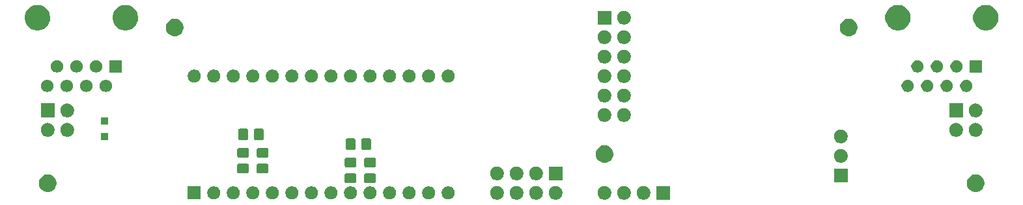
<source format=gbr>
G04 #@! TF.GenerationSoftware,KiCad,Pcbnew,(5.1.5)-3*
G04 #@! TF.CreationDate,2020-02-10T14:16:37+01:00*
G04 #@! TF.ProjectId,cmdr_mainboard,636d6472-5f6d-4616-996e-626f6172642e,rev?*
G04 #@! TF.SameCoordinates,Original*
G04 #@! TF.FileFunction,Soldermask,Bot*
G04 #@! TF.FilePolarity,Negative*
%FSLAX46Y46*%
G04 Gerber Fmt 4.6, Leading zero omitted, Abs format (unit mm)*
G04 Created by KiCad (PCBNEW (5.1.5)-3) date 2020-02-10 14:16:37*
%MOMM*%
%LPD*%
G04 APERTURE LIST*
%ADD10C,0.100000*%
G04 APERTURE END LIST*
D10*
G36*
X143141000Y-89801000D02*
G01*
X141339000Y-89801000D01*
X141339000Y-87999000D01*
X143141000Y-87999000D01*
X143141000Y-89801000D01*
G37*
G36*
X139813512Y-88003927D02*
G01*
X139962812Y-88033624D01*
X140126784Y-88101544D01*
X140274354Y-88200147D01*
X140399853Y-88325646D01*
X140498456Y-88473216D01*
X140566376Y-88637188D01*
X140601000Y-88811259D01*
X140601000Y-88988741D01*
X140566376Y-89162812D01*
X140498456Y-89326784D01*
X140399853Y-89474354D01*
X140274354Y-89599853D01*
X140126784Y-89698456D01*
X139962812Y-89766376D01*
X139813512Y-89796073D01*
X139788742Y-89801000D01*
X139611258Y-89801000D01*
X139586488Y-89796073D01*
X139437188Y-89766376D01*
X139273216Y-89698456D01*
X139125646Y-89599853D01*
X139000147Y-89474354D01*
X138901544Y-89326784D01*
X138833624Y-89162812D01*
X138799000Y-88988741D01*
X138799000Y-88811259D01*
X138833624Y-88637188D01*
X138901544Y-88473216D01*
X139000147Y-88325646D01*
X139125646Y-88200147D01*
X139273216Y-88101544D01*
X139437188Y-88033624D01*
X139586488Y-88003927D01*
X139611258Y-87999000D01*
X139788742Y-87999000D01*
X139813512Y-88003927D01*
G37*
G36*
X120763512Y-88003927D02*
G01*
X120912812Y-88033624D01*
X121076784Y-88101544D01*
X121224354Y-88200147D01*
X121349853Y-88325646D01*
X121448456Y-88473216D01*
X121516376Y-88637188D01*
X121551000Y-88811259D01*
X121551000Y-88988741D01*
X121516376Y-89162812D01*
X121448456Y-89326784D01*
X121349853Y-89474354D01*
X121224354Y-89599853D01*
X121076784Y-89698456D01*
X120912812Y-89766376D01*
X120763512Y-89796073D01*
X120738742Y-89801000D01*
X120561258Y-89801000D01*
X120536488Y-89796073D01*
X120387188Y-89766376D01*
X120223216Y-89698456D01*
X120075646Y-89599853D01*
X119950147Y-89474354D01*
X119851544Y-89326784D01*
X119783624Y-89162812D01*
X119749000Y-88988741D01*
X119749000Y-88811259D01*
X119783624Y-88637188D01*
X119851544Y-88473216D01*
X119950147Y-88325646D01*
X120075646Y-88200147D01*
X120223216Y-88101544D01*
X120387188Y-88033624D01*
X120536488Y-88003927D01*
X120561258Y-87999000D01*
X120738742Y-87999000D01*
X120763512Y-88003927D01*
G37*
G36*
X123303512Y-88003927D02*
G01*
X123452812Y-88033624D01*
X123616784Y-88101544D01*
X123764354Y-88200147D01*
X123889853Y-88325646D01*
X123988456Y-88473216D01*
X124056376Y-88637188D01*
X124091000Y-88811259D01*
X124091000Y-88988741D01*
X124056376Y-89162812D01*
X123988456Y-89326784D01*
X123889853Y-89474354D01*
X123764354Y-89599853D01*
X123616784Y-89698456D01*
X123452812Y-89766376D01*
X123303512Y-89796073D01*
X123278742Y-89801000D01*
X123101258Y-89801000D01*
X123076488Y-89796073D01*
X122927188Y-89766376D01*
X122763216Y-89698456D01*
X122615646Y-89599853D01*
X122490147Y-89474354D01*
X122391544Y-89326784D01*
X122323624Y-89162812D01*
X122289000Y-88988741D01*
X122289000Y-88811259D01*
X122323624Y-88637188D01*
X122391544Y-88473216D01*
X122490147Y-88325646D01*
X122615646Y-88200147D01*
X122763216Y-88101544D01*
X122927188Y-88033624D01*
X123076488Y-88003927D01*
X123101258Y-87999000D01*
X123278742Y-87999000D01*
X123303512Y-88003927D01*
G37*
G36*
X125843512Y-88003927D02*
G01*
X125992812Y-88033624D01*
X126156784Y-88101544D01*
X126304354Y-88200147D01*
X126429853Y-88325646D01*
X126528456Y-88473216D01*
X126596376Y-88637188D01*
X126631000Y-88811259D01*
X126631000Y-88988741D01*
X126596376Y-89162812D01*
X126528456Y-89326784D01*
X126429853Y-89474354D01*
X126304354Y-89599853D01*
X126156784Y-89698456D01*
X125992812Y-89766376D01*
X125843512Y-89796073D01*
X125818742Y-89801000D01*
X125641258Y-89801000D01*
X125616488Y-89796073D01*
X125467188Y-89766376D01*
X125303216Y-89698456D01*
X125155646Y-89599853D01*
X125030147Y-89474354D01*
X124931544Y-89326784D01*
X124863624Y-89162812D01*
X124829000Y-88988741D01*
X124829000Y-88811259D01*
X124863624Y-88637188D01*
X124931544Y-88473216D01*
X125030147Y-88325646D01*
X125155646Y-88200147D01*
X125303216Y-88101544D01*
X125467188Y-88033624D01*
X125616488Y-88003927D01*
X125641258Y-87999000D01*
X125818742Y-87999000D01*
X125843512Y-88003927D01*
G37*
G36*
X134733512Y-88003927D02*
G01*
X134882812Y-88033624D01*
X135046784Y-88101544D01*
X135194354Y-88200147D01*
X135319853Y-88325646D01*
X135418456Y-88473216D01*
X135486376Y-88637188D01*
X135521000Y-88811259D01*
X135521000Y-88988741D01*
X135486376Y-89162812D01*
X135418456Y-89326784D01*
X135319853Y-89474354D01*
X135194354Y-89599853D01*
X135046784Y-89698456D01*
X134882812Y-89766376D01*
X134733512Y-89796073D01*
X134708742Y-89801000D01*
X134531258Y-89801000D01*
X134506488Y-89796073D01*
X134357188Y-89766376D01*
X134193216Y-89698456D01*
X134045646Y-89599853D01*
X133920147Y-89474354D01*
X133821544Y-89326784D01*
X133753624Y-89162812D01*
X133719000Y-88988741D01*
X133719000Y-88811259D01*
X133753624Y-88637188D01*
X133821544Y-88473216D01*
X133920147Y-88325646D01*
X134045646Y-88200147D01*
X134193216Y-88101544D01*
X134357188Y-88033624D01*
X134506488Y-88003927D01*
X134531258Y-87999000D01*
X134708742Y-87999000D01*
X134733512Y-88003927D01*
G37*
G36*
X128383512Y-88003927D02*
G01*
X128532812Y-88033624D01*
X128696784Y-88101544D01*
X128844354Y-88200147D01*
X128969853Y-88325646D01*
X129068456Y-88473216D01*
X129136376Y-88637188D01*
X129171000Y-88811259D01*
X129171000Y-88988741D01*
X129136376Y-89162812D01*
X129068456Y-89326784D01*
X128969853Y-89474354D01*
X128844354Y-89599853D01*
X128696784Y-89698456D01*
X128532812Y-89766376D01*
X128383512Y-89796073D01*
X128358742Y-89801000D01*
X128181258Y-89801000D01*
X128156488Y-89796073D01*
X128007188Y-89766376D01*
X127843216Y-89698456D01*
X127695646Y-89599853D01*
X127570147Y-89474354D01*
X127471544Y-89326784D01*
X127403624Y-89162812D01*
X127369000Y-88988741D01*
X127369000Y-88811259D01*
X127403624Y-88637188D01*
X127471544Y-88473216D01*
X127570147Y-88325646D01*
X127695646Y-88200147D01*
X127843216Y-88101544D01*
X128007188Y-88033624D01*
X128156488Y-88003927D01*
X128181258Y-87999000D01*
X128358742Y-87999000D01*
X128383512Y-88003927D01*
G37*
G36*
X137273512Y-88003927D02*
G01*
X137422812Y-88033624D01*
X137586784Y-88101544D01*
X137734354Y-88200147D01*
X137859853Y-88325646D01*
X137958456Y-88473216D01*
X138026376Y-88637188D01*
X138061000Y-88811259D01*
X138061000Y-88988741D01*
X138026376Y-89162812D01*
X137958456Y-89326784D01*
X137859853Y-89474354D01*
X137734354Y-89599853D01*
X137586784Y-89698456D01*
X137422812Y-89766376D01*
X137273512Y-89796073D01*
X137248742Y-89801000D01*
X137071258Y-89801000D01*
X137046488Y-89796073D01*
X136897188Y-89766376D01*
X136733216Y-89698456D01*
X136585646Y-89599853D01*
X136460147Y-89474354D01*
X136361544Y-89326784D01*
X136293624Y-89162812D01*
X136259000Y-88988741D01*
X136259000Y-88811259D01*
X136293624Y-88637188D01*
X136361544Y-88473216D01*
X136460147Y-88325646D01*
X136585646Y-88200147D01*
X136733216Y-88101544D01*
X136897188Y-88033624D01*
X137046488Y-88003927D01*
X137071258Y-87999000D01*
X137248742Y-87999000D01*
X137273512Y-88003927D01*
G37*
G36*
X82131000Y-89751000D02*
G01*
X80429000Y-89751000D01*
X80429000Y-88049000D01*
X82131000Y-88049000D01*
X82131000Y-89751000D01*
G37*
G36*
X104388228Y-88081703D02*
G01*
X104543100Y-88145853D01*
X104682481Y-88238985D01*
X104801015Y-88357519D01*
X104894147Y-88496900D01*
X104958297Y-88651772D01*
X104991000Y-88816184D01*
X104991000Y-88983816D01*
X104958297Y-89148228D01*
X104894147Y-89303100D01*
X104801015Y-89442481D01*
X104682481Y-89561015D01*
X104543100Y-89654147D01*
X104388228Y-89718297D01*
X104223816Y-89751000D01*
X104056184Y-89751000D01*
X103891772Y-89718297D01*
X103736900Y-89654147D01*
X103597519Y-89561015D01*
X103478985Y-89442481D01*
X103385853Y-89303100D01*
X103321703Y-89148228D01*
X103289000Y-88983816D01*
X103289000Y-88816184D01*
X103321703Y-88651772D01*
X103385853Y-88496900D01*
X103478985Y-88357519D01*
X103597519Y-88238985D01*
X103736900Y-88145853D01*
X103891772Y-88081703D01*
X104056184Y-88049000D01*
X104223816Y-88049000D01*
X104388228Y-88081703D01*
G37*
G36*
X101848228Y-88081703D02*
G01*
X102003100Y-88145853D01*
X102142481Y-88238985D01*
X102261015Y-88357519D01*
X102354147Y-88496900D01*
X102418297Y-88651772D01*
X102451000Y-88816184D01*
X102451000Y-88983816D01*
X102418297Y-89148228D01*
X102354147Y-89303100D01*
X102261015Y-89442481D01*
X102142481Y-89561015D01*
X102003100Y-89654147D01*
X101848228Y-89718297D01*
X101683816Y-89751000D01*
X101516184Y-89751000D01*
X101351772Y-89718297D01*
X101196900Y-89654147D01*
X101057519Y-89561015D01*
X100938985Y-89442481D01*
X100845853Y-89303100D01*
X100781703Y-89148228D01*
X100749000Y-88983816D01*
X100749000Y-88816184D01*
X100781703Y-88651772D01*
X100845853Y-88496900D01*
X100938985Y-88357519D01*
X101057519Y-88238985D01*
X101196900Y-88145853D01*
X101351772Y-88081703D01*
X101516184Y-88049000D01*
X101683816Y-88049000D01*
X101848228Y-88081703D01*
G37*
G36*
X99308228Y-88081703D02*
G01*
X99463100Y-88145853D01*
X99602481Y-88238985D01*
X99721015Y-88357519D01*
X99814147Y-88496900D01*
X99878297Y-88651772D01*
X99911000Y-88816184D01*
X99911000Y-88983816D01*
X99878297Y-89148228D01*
X99814147Y-89303100D01*
X99721015Y-89442481D01*
X99602481Y-89561015D01*
X99463100Y-89654147D01*
X99308228Y-89718297D01*
X99143816Y-89751000D01*
X98976184Y-89751000D01*
X98811772Y-89718297D01*
X98656900Y-89654147D01*
X98517519Y-89561015D01*
X98398985Y-89442481D01*
X98305853Y-89303100D01*
X98241703Y-89148228D01*
X98209000Y-88983816D01*
X98209000Y-88816184D01*
X98241703Y-88651772D01*
X98305853Y-88496900D01*
X98398985Y-88357519D01*
X98517519Y-88238985D01*
X98656900Y-88145853D01*
X98811772Y-88081703D01*
X98976184Y-88049000D01*
X99143816Y-88049000D01*
X99308228Y-88081703D01*
G37*
G36*
X96768228Y-88081703D02*
G01*
X96923100Y-88145853D01*
X97062481Y-88238985D01*
X97181015Y-88357519D01*
X97274147Y-88496900D01*
X97338297Y-88651772D01*
X97371000Y-88816184D01*
X97371000Y-88983816D01*
X97338297Y-89148228D01*
X97274147Y-89303100D01*
X97181015Y-89442481D01*
X97062481Y-89561015D01*
X96923100Y-89654147D01*
X96768228Y-89718297D01*
X96603816Y-89751000D01*
X96436184Y-89751000D01*
X96271772Y-89718297D01*
X96116900Y-89654147D01*
X95977519Y-89561015D01*
X95858985Y-89442481D01*
X95765853Y-89303100D01*
X95701703Y-89148228D01*
X95669000Y-88983816D01*
X95669000Y-88816184D01*
X95701703Y-88651772D01*
X95765853Y-88496900D01*
X95858985Y-88357519D01*
X95977519Y-88238985D01*
X96116900Y-88145853D01*
X96271772Y-88081703D01*
X96436184Y-88049000D01*
X96603816Y-88049000D01*
X96768228Y-88081703D01*
G37*
G36*
X94228228Y-88081703D02*
G01*
X94383100Y-88145853D01*
X94522481Y-88238985D01*
X94641015Y-88357519D01*
X94734147Y-88496900D01*
X94798297Y-88651772D01*
X94831000Y-88816184D01*
X94831000Y-88983816D01*
X94798297Y-89148228D01*
X94734147Y-89303100D01*
X94641015Y-89442481D01*
X94522481Y-89561015D01*
X94383100Y-89654147D01*
X94228228Y-89718297D01*
X94063816Y-89751000D01*
X93896184Y-89751000D01*
X93731772Y-89718297D01*
X93576900Y-89654147D01*
X93437519Y-89561015D01*
X93318985Y-89442481D01*
X93225853Y-89303100D01*
X93161703Y-89148228D01*
X93129000Y-88983816D01*
X93129000Y-88816184D01*
X93161703Y-88651772D01*
X93225853Y-88496900D01*
X93318985Y-88357519D01*
X93437519Y-88238985D01*
X93576900Y-88145853D01*
X93731772Y-88081703D01*
X93896184Y-88049000D01*
X94063816Y-88049000D01*
X94228228Y-88081703D01*
G37*
G36*
X91688228Y-88081703D02*
G01*
X91843100Y-88145853D01*
X91982481Y-88238985D01*
X92101015Y-88357519D01*
X92194147Y-88496900D01*
X92258297Y-88651772D01*
X92291000Y-88816184D01*
X92291000Y-88983816D01*
X92258297Y-89148228D01*
X92194147Y-89303100D01*
X92101015Y-89442481D01*
X91982481Y-89561015D01*
X91843100Y-89654147D01*
X91688228Y-89718297D01*
X91523816Y-89751000D01*
X91356184Y-89751000D01*
X91191772Y-89718297D01*
X91036900Y-89654147D01*
X90897519Y-89561015D01*
X90778985Y-89442481D01*
X90685853Y-89303100D01*
X90621703Y-89148228D01*
X90589000Y-88983816D01*
X90589000Y-88816184D01*
X90621703Y-88651772D01*
X90685853Y-88496900D01*
X90778985Y-88357519D01*
X90897519Y-88238985D01*
X91036900Y-88145853D01*
X91191772Y-88081703D01*
X91356184Y-88049000D01*
X91523816Y-88049000D01*
X91688228Y-88081703D01*
G37*
G36*
X89148228Y-88081703D02*
G01*
X89303100Y-88145853D01*
X89442481Y-88238985D01*
X89561015Y-88357519D01*
X89654147Y-88496900D01*
X89718297Y-88651772D01*
X89751000Y-88816184D01*
X89751000Y-88983816D01*
X89718297Y-89148228D01*
X89654147Y-89303100D01*
X89561015Y-89442481D01*
X89442481Y-89561015D01*
X89303100Y-89654147D01*
X89148228Y-89718297D01*
X88983816Y-89751000D01*
X88816184Y-89751000D01*
X88651772Y-89718297D01*
X88496900Y-89654147D01*
X88357519Y-89561015D01*
X88238985Y-89442481D01*
X88145853Y-89303100D01*
X88081703Y-89148228D01*
X88049000Y-88983816D01*
X88049000Y-88816184D01*
X88081703Y-88651772D01*
X88145853Y-88496900D01*
X88238985Y-88357519D01*
X88357519Y-88238985D01*
X88496900Y-88145853D01*
X88651772Y-88081703D01*
X88816184Y-88049000D01*
X88983816Y-88049000D01*
X89148228Y-88081703D01*
G37*
G36*
X86608228Y-88081703D02*
G01*
X86763100Y-88145853D01*
X86902481Y-88238985D01*
X87021015Y-88357519D01*
X87114147Y-88496900D01*
X87178297Y-88651772D01*
X87211000Y-88816184D01*
X87211000Y-88983816D01*
X87178297Y-89148228D01*
X87114147Y-89303100D01*
X87021015Y-89442481D01*
X86902481Y-89561015D01*
X86763100Y-89654147D01*
X86608228Y-89718297D01*
X86443816Y-89751000D01*
X86276184Y-89751000D01*
X86111772Y-89718297D01*
X85956900Y-89654147D01*
X85817519Y-89561015D01*
X85698985Y-89442481D01*
X85605853Y-89303100D01*
X85541703Y-89148228D01*
X85509000Y-88983816D01*
X85509000Y-88816184D01*
X85541703Y-88651772D01*
X85605853Y-88496900D01*
X85698985Y-88357519D01*
X85817519Y-88238985D01*
X85956900Y-88145853D01*
X86111772Y-88081703D01*
X86276184Y-88049000D01*
X86443816Y-88049000D01*
X86608228Y-88081703D01*
G37*
G36*
X84068228Y-88081703D02*
G01*
X84223100Y-88145853D01*
X84362481Y-88238985D01*
X84481015Y-88357519D01*
X84574147Y-88496900D01*
X84638297Y-88651772D01*
X84671000Y-88816184D01*
X84671000Y-88983816D01*
X84638297Y-89148228D01*
X84574147Y-89303100D01*
X84481015Y-89442481D01*
X84362481Y-89561015D01*
X84223100Y-89654147D01*
X84068228Y-89718297D01*
X83903816Y-89751000D01*
X83736184Y-89751000D01*
X83571772Y-89718297D01*
X83416900Y-89654147D01*
X83277519Y-89561015D01*
X83158985Y-89442481D01*
X83065853Y-89303100D01*
X83001703Y-89148228D01*
X82969000Y-88983816D01*
X82969000Y-88816184D01*
X83001703Y-88651772D01*
X83065853Y-88496900D01*
X83158985Y-88357519D01*
X83277519Y-88238985D01*
X83416900Y-88145853D01*
X83571772Y-88081703D01*
X83736184Y-88049000D01*
X83903816Y-88049000D01*
X84068228Y-88081703D01*
G37*
G36*
X106928228Y-88081703D02*
G01*
X107083100Y-88145853D01*
X107222481Y-88238985D01*
X107341015Y-88357519D01*
X107434147Y-88496900D01*
X107498297Y-88651772D01*
X107531000Y-88816184D01*
X107531000Y-88983816D01*
X107498297Y-89148228D01*
X107434147Y-89303100D01*
X107341015Y-89442481D01*
X107222481Y-89561015D01*
X107083100Y-89654147D01*
X106928228Y-89718297D01*
X106763816Y-89751000D01*
X106596184Y-89751000D01*
X106431772Y-89718297D01*
X106276900Y-89654147D01*
X106137519Y-89561015D01*
X106018985Y-89442481D01*
X105925853Y-89303100D01*
X105861703Y-89148228D01*
X105829000Y-88983816D01*
X105829000Y-88816184D01*
X105861703Y-88651772D01*
X105925853Y-88496900D01*
X106018985Y-88357519D01*
X106137519Y-88238985D01*
X106276900Y-88145853D01*
X106431772Y-88081703D01*
X106596184Y-88049000D01*
X106763816Y-88049000D01*
X106928228Y-88081703D01*
G37*
G36*
X109468228Y-88081703D02*
G01*
X109623100Y-88145853D01*
X109762481Y-88238985D01*
X109881015Y-88357519D01*
X109974147Y-88496900D01*
X110038297Y-88651772D01*
X110071000Y-88816184D01*
X110071000Y-88983816D01*
X110038297Y-89148228D01*
X109974147Y-89303100D01*
X109881015Y-89442481D01*
X109762481Y-89561015D01*
X109623100Y-89654147D01*
X109468228Y-89718297D01*
X109303816Y-89751000D01*
X109136184Y-89751000D01*
X108971772Y-89718297D01*
X108816900Y-89654147D01*
X108677519Y-89561015D01*
X108558985Y-89442481D01*
X108465853Y-89303100D01*
X108401703Y-89148228D01*
X108369000Y-88983816D01*
X108369000Y-88816184D01*
X108401703Y-88651772D01*
X108465853Y-88496900D01*
X108558985Y-88357519D01*
X108677519Y-88238985D01*
X108816900Y-88145853D01*
X108971772Y-88081703D01*
X109136184Y-88049000D01*
X109303816Y-88049000D01*
X109468228Y-88081703D01*
G37*
G36*
X112008228Y-88081703D02*
G01*
X112163100Y-88145853D01*
X112302481Y-88238985D01*
X112421015Y-88357519D01*
X112514147Y-88496900D01*
X112578297Y-88651772D01*
X112611000Y-88816184D01*
X112611000Y-88983816D01*
X112578297Y-89148228D01*
X112514147Y-89303100D01*
X112421015Y-89442481D01*
X112302481Y-89561015D01*
X112163100Y-89654147D01*
X112008228Y-89718297D01*
X111843816Y-89751000D01*
X111676184Y-89751000D01*
X111511772Y-89718297D01*
X111356900Y-89654147D01*
X111217519Y-89561015D01*
X111098985Y-89442481D01*
X111005853Y-89303100D01*
X110941703Y-89148228D01*
X110909000Y-88983816D01*
X110909000Y-88816184D01*
X110941703Y-88651772D01*
X111005853Y-88496900D01*
X111098985Y-88357519D01*
X111217519Y-88238985D01*
X111356900Y-88145853D01*
X111511772Y-88081703D01*
X111676184Y-88049000D01*
X111843816Y-88049000D01*
X112008228Y-88081703D01*
G37*
G36*
X114548228Y-88081703D02*
G01*
X114703100Y-88145853D01*
X114842481Y-88238985D01*
X114961015Y-88357519D01*
X115054147Y-88496900D01*
X115118297Y-88651772D01*
X115151000Y-88816184D01*
X115151000Y-88983816D01*
X115118297Y-89148228D01*
X115054147Y-89303100D01*
X114961015Y-89442481D01*
X114842481Y-89561015D01*
X114703100Y-89654147D01*
X114548228Y-89718297D01*
X114383816Y-89751000D01*
X114216184Y-89751000D01*
X114051772Y-89718297D01*
X113896900Y-89654147D01*
X113757519Y-89561015D01*
X113638985Y-89442481D01*
X113545853Y-89303100D01*
X113481703Y-89148228D01*
X113449000Y-88983816D01*
X113449000Y-88816184D01*
X113481703Y-88651772D01*
X113545853Y-88496900D01*
X113638985Y-88357519D01*
X113757519Y-88238985D01*
X113896900Y-88145853D01*
X114051772Y-88081703D01*
X114216184Y-88049000D01*
X114383816Y-88049000D01*
X114548228Y-88081703D01*
G37*
G36*
X62454549Y-86501116D02*
G01*
X62565734Y-86523232D01*
X62775203Y-86609997D01*
X62963720Y-86735960D01*
X63124040Y-86896280D01*
X63250003Y-87084797D01*
X63322989Y-87261000D01*
X63336768Y-87294267D01*
X63377699Y-87500038D01*
X63381000Y-87516636D01*
X63381000Y-87743364D01*
X63336768Y-87965734D01*
X63250003Y-88175203D01*
X63124040Y-88363720D01*
X62963720Y-88524040D01*
X62775203Y-88650003D01*
X62775202Y-88650004D01*
X62775201Y-88650004D01*
X62713850Y-88675416D01*
X62565734Y-88736768D01*
X62454549Y-88758884D01*
X62343365Y-88781000D01*
X62116635Y-88781000D01*
X62005451Y-88758884D01*
X61894266Y-88736768D01*
X61746150Y-88675416D01*
X61684799Y-88650004D01*
X61684798Y-88650004D01*
X61684797Y-88650003D01*
X61496280Y-88524040D01*
X61335960Y-88363720D01*
X61209997Y-88175203D01*
X61123232Y-87965734D01*
X61079000Y-87743364D01*
X61079000Y-87516636D01*
X61082302Y-87500038D01*
X61123232Y-87294267D01*
X61137012Y-87261000D01*
X61209997Y-87084797D01*
X61335960Y-86896280D01*
X61496280Y-86735960D01*
X61684797Y-86609997D01*
X61894266Y-86523232D01*
X62005451Y-86501116D01*
X62116635Y-86479000D01*
X62343365Y-86479000D01*
X62454549Y-86501116D01*
G37*
G36*
X183104549Y-86501116D02*
G01*
X183215734Y-86523232D01*
X183425203Y-86609997D01*
X183613720Y-86735960D01*
X183774040Y-86896280D01*
X183900003Y-87084797D01*
X183972989Y-87261000D01*
X183986768Y-87294267D01*
X184027699Y-87500038D01*
X184031000Y-87516636D01*
X184031000Y-87743364D01*
X183986768Y-87965734D01*
X183900003Y-88175203D01*
X183774040Y-88363720D01*
X183613720Y-88524040D01*
X183425203Y-88650003D01*
X183425202Y-88650004D01*
X183425201Y-88650004D01*
X183363850Y-88675416D01*
X183215734Y-88736768D01*
X183104549Y-88758884D01*
X182993365Y-88781000D01*
X182766635Y-88781000D01*
X182655451Y-88758884D01*
X182544266Y-88736768D01*
X182396150Y-88675416D01*
X182334799Y-88650004D01*
X182334798Y-88650004D01*
X182334797Y-88650003D01*
X182146280Y-88524040D01*
X181985960Y-88363720D01*
X181859997Y-88175203D01*
X181773232Y-87965734D01*
X181729000Y-87743364D01*
X181729000Y-87516636D01*
X181732302Y-87500038D01*
X181773232Y-87294267D01*
X181787012Y-87261000D01*
X181859997Y-87084797D01*
X181985960Y-86896280D01*
X182146280Y-86735960D01*
X182334797Y-86609997D01*
X182544266Y-86523232D01*
X182655451Y-86501116D01*
X182766635Y-86479000D01*
X182993365Y-86479000D01*
X183104549Y-86501116D01*
G37*
G36*
X104728674Y-86373465D02*
G01*
X104766367Y-86384899D01*
X104801103Y-86403466D01*
X104831548Y-86428452D01*
X104856534Y-86458897D01*
X104875101Y-86493633D01*
X104886535Y-86531326D01*
X104891000Y-86576661D01*
X104891000Y-87413339D01*
X104886535Y-87458674D01*
X104875101Y-87496367D01*
X104856534Y-87531103D01*
X104831548Y-87561548D01*
X104801103Y-87586534D01*
X104766367Y-87605101D01*
X104728674Y-87616535D01*
X104683339Y-87621000D01*
X103596661Y-87621000D01*
X103551326Y-87616535D01*
X103513633Y-87605101D01*
X103478897Y-87586534D01*
X103448452Y-87561548D01*
X103423466Y-87531103D01*
X103404899Y-87496367D01*
X103393465Y-87458674D01*
X103389000Y-87413339D01*
X103389000Y-86576661D01*
X103393465Y-86531326D01*
X103404899Y-86493633D01*
X103423466Y-86458897D01*
X103448452Y-86428452D01*
X103478897Y-86403466D01*
X103513633Y-86384899D01*
X103551326Y-86373465D01*
X103596661Y-86369000D01*
X104683339Y-86369000D01*
X104728674Y-86373465D01*
G37*
G36*
X102188674Y-86373465D02*
G01*
X102226367Y-86384899D01*
X102261103Y-86403466D01*
X102291548Y-86428452D01*
X102316534Y-86458897D01*
X102335101Y-86493633D01*
X102346535Y-86531326D01*
X102351000Y-86576661D01*
X102351000Y-87413339D01*
X102346535Y-87458674D01*
X102335101Y-87496367D01*
X102316534Y-87531103D01*
X102291548Y-87561548D01*
X102261103Y-87586534D01*
X102226367Y-87605101D01*
X102188674Y-87616535D01*
X102143339Y-87621000D01*
X101056661Y-87621000D01*
X101011326Y-87616535D01*
X100973633Y-87605101D01*
X100938897Y-87586534D01*
X100908452Y-87561548D01*
X100883466Y-87531103D01*
X100864899Y-87496367D01*
X100853465Y-87458674D01*
X100849000Y-87413339D01*
X100849000Y-86576661D01*
X100853465Y-86531326D01*
X100864899Y-86493633D01*
X100883466Y-86458897D01*
X100908452Y-86428452D01*
X100938897Y-86403466D01*
X100973633Y-86384899D01*
X101011326Y-86373465D01*
X101056661Y-86369000D01*
X102143339Y-86369000D01*
X102188674Y-86373465D01*
G37*
G36*
X166255000Y-87515000D02*
G01*
X164453000Y-87515000D01*
X164453000Y-85713000D01*
X166255000Y-85713000D01*
X166255000Y-87515000D01*
G37*
G36*
X129171000Y-87261000D02*
G01*
X127369000Y-87261000D01*
X127369000Y-85459000D01*
X129171000Y-85459000D01*
X129171000Y-87261000D01*
G37*
G36*
X120763512Y-85463927D02*
G01*
X120912812Y-85493624D01*
X121076784Y-85561544D01*
X121224354Y-85660147D01*
X121349853Y-85785646D01*
X121448456Y-85933216D01*
X121516376Y-86097188D01*
X121551000Y-86271259D01*
X121551000Y-86448741D01*
X121516376Y-86622812D01*
X121448456Y-86786784D01*
X121349853Y-86934354D01*
X121224354Y-87059853D01*
X121076784Y-87158456D01*
X120912812Y-87226376D01*
X120763512Y-87256073D01*
X120738742Y-87261000D01*
X120561258Y-87261000D01*
X120536488Y-87256073D01*
X120387188Y-87226376D01*
X120223216Y-87158456D01*
X120075646Y-87059853D01*
X119950147Y-86934354D01*
X119851544Y-86786784D01*
X119783624Y-86622812D01*
X119749000Y-86448741D01*
X119749000Y-86271259D01*
X119783624Y-86097188D01*
X119851544Y-85933216D01*
X119950147Y-85785646D01*
X120075646Y-85660147D01*
X120223216Y-85561544D01*
X120387188Y-85493624D01*
X120536488Y-85463927D01*
X120561258Y-85459000D01*
X120738742Y-85459000D01*
X120763512Y-85463927D01*
G37*
G36*
X123303512Y-85463927D02*
G01*
X123452812Y-85493624D01*
X123616784Y-85561544D01*
X123764354Y-85660147D01*
X123889853Y-85785646D01*
X123988456Y-85933216D01*
X124056376Y-86097188D01*
X124091000Y-86271259D01*
X124091000Y-86448741D01*
X124056376Y-86622812D01*
X123988456Y-86786784D01*
X123889853Y-86934354D01*
X123764354Y-87059853D01*
X123616784Y-87158456D01*
X123452812Y-87226376D01*
X123303512Y-87256073D01*
X123278742Y-87261000D01*
X123101258Y-87261000D01*
X123076488Y-87256073D01*
X122927188Y-87226376D01*
X122763216Y-87158456D01*
X122615646Y-87059853D01*
X122490147Y-86934354D01*
X122391544Y-86786784D01*
X122323624Y-86622812D01*
X122289000Y-86448741D01*
X122289000Y-86271259D01*
X122323624Y-86097188D01*
X122391544Y-85933216D01*
X122490147Y-85785646D01*
X122615646Y-85660147D01*
X122763216Y-85561544D01*
X122927188Y-85493624D01*
X123076488Y-85463927D01*
X123101258Y-85459000D01*
X123278742Y-85459000D01*
X123303512Y-85463927D01*
G37*
G36*
X125843512Y-85463927D02*
G01*
X125992812Y-85493624D01*
X126156784Y-85561544D01*
X126304354Y-85660147D01*
X126429853Y-85785646D01*
X126528456Y-85933216D01*
X126596376Y-86097188D01*
X126631000Y-86271259D01*
X126631000Y-86448741D01*
X126596376Y-86622812D01*
X126528456Y-86786784D01*
X126429853Y-86934354D01*
X126304354Y-87059853D01*
X126156784Y-87158456D01*
X125992812Y-87226376D01*
X125843512Y-87256073D01*
X125818742Y-87261000D01*
X125641258Y-87261000D01*
X125616488Y-87256073D01*
X125467188Y-87226376D01*
X125303216Y-87158456D01*
X125155646Y-87059853D01*
X125030147Y-86934354D01*
X124931544Y-86786784D01*
X124863624Y-86622812D01*
X124829000Y-86448741D01*
X124829000Y-86271259D01*
X124863624Y-86097188D01*
X124931544Y-85933216D01*
X125030147Y-85785646D01*
X125155646Y-85660147D01*
X125303216Y-85561544D01*
X125467188Y-85493624D01*
X125616488Y-85463927D01*
X125641258Y-85459000D01*
X125818742Y-85459000D01*
X125843512Y-85463927D01*
G37*
G36*
X90758674Y-85103465D02*
G01*
X90796367Y-85114899D01*
X90831103Y-85133466D01*
X90861548Y-85158452D01*
X90886534Y-85188897D01*
X90905101Y-85223633D01*
X90916535Y-85261326D01*
X90921000Y-85306661D01*
X90921000Y-86143339D01*
X90916535Y-86188674D01*
X90905101Y-86226367D01*
X90886534Y-86261103D01*
X90861548Y-86291548D01*
X90831103Y-86316534D01*
X90796367Y-86335101D01*
X90758674Y-86346535D01*
X90713339Y-86351000D01*
X89626661Y-86351000D01*
X89581326Y-86346535D01*
X89543633Y-86335101D01*
X89508897Y-86316534D01*
X89478452Y-86291548D01*
X89453466Y-86261103D01*
X89434899Y-86226367D01*
X89423465Y-86188674D01*
X89419000Y-86143339D01*
X89419000Y-85306661D01*
X89423465Y-85261326D01*
X89434899Y-85223633D01*
X89453466Y-85188897D01*
X89478452Y-85158452D01*
X89508897Y-85133466D01*
X89543633Y-85114899D01*
X89581326Y-85103465D01*
X89626661Y-85099000D01*
X90713339Y-85099000D01*
X90758674Y-85103465D01*
G37*
G36*
X88218674Y-85103465D02*
G01*
X88256367Y-85114899D01*
X88291103Y-85133466D01*
X88321548Y-85158452D01*
X88346534Y-85188897D01*
X88365101Y-85223633D01*
X88376535Y-85261326D01*
X88381000Y-85306661D01*
X88381000Y-86143339D01*
X88376535Y-86188674D01*
X88365101Y-86226367D01*
X88346534Y-86261103D01*
X88321548Y-86291548D01*
X88291103Y-86316534D01*
X88256367Y-86335101D01*
X88218674Y-86346535D01*
X88173339Y-86351000D01*
X87086661Y-86351000D01*
X87041326Y-86346535D01*
X87003633Y-86335101D01*
X86968897Y-86316534D01*
X86938452Y-86291548D01*
X86913466Y-86261103D01*
X86894899Y-86226367D01*
X86883465Y-86188674D01*
X86879000Y-86143339D01*
X86879000Y-85306661D01*
X86883465Y-85261326D01*
X86894899Y-85223633D01*
X86913466Y-85188897D01*
X86938452Y-85158452D01*
X86968897Y-85133466D01*
X87003633Y-85114899D01*
X87041326Y-85103465D01*
X87086661Y-85099000D01*
X88173339Y-85099000D01*
X88218674Y-85103465D01*
G37*
G36*
X104728674Y-84323465D02*
G01*
X104766367Y-84334899D01*
X104801103Y-84353466D01*
X104831548Y-84378452D01*
X104856534Y-84408897D01*
X104875101Y-84443633D01*
X104886535Y-84481326D01*
X104891000Y-84526661D01*
X104891000Y-85363339D01*
X104886535Y-85408674D01*
X104875101Y-85446367D01*
X104856534Y-85481103D01*
X104831548Y-85511548D01*
X104801103Y-85536534D01*
X104766367Y-85555101D01*
X104728674Y-85566535D01*
X104683339Y-85571000D01*
X103596661Y-85571000D01*
X103551326Y-85566535D01*
X103513633Y-85555101D01*
X103478897Y-85536534D01*
X103448452Y-85511548D01*
X103423466Y-85481103D01*
X103404899Y-85446367D01*
X103393465Y-85408674D01*
X103389000Y-85363339D01*
X103389000Y-84526661D01*
X103393465Y-84481326D01*
X103404899Y-84443633D01*
X103423466Y-84408897D01*
X103448452Y-84378452D01*
X103478897Y-84353466D01*
X103513633Y-84334899D01*
X103551326Y-84323465D01*
X103596661Y-84319000D01*
X104683339Y-84319000D01*
X104728674Y-84323465D01*
G37*
G36*
X102188674Y-84323465D02*
G01*
X102226367Y-84334899D01*
X102261103Y-84353466D01*
X102291548Y-84378452D01*
X102316534Y-84408897D01*
X102335101Y-84443633D01*
X102346535Y-84481326D01*
X102351000Y-84526661D01*
X102351000Y-85363339D01*
X102346535Y-85408674D01*
X102335101Y-85446367D01*
X102316534Y-85481103D01*
X102291548Y-85511548D01*
X102261103Y-85536534D01*
X102226367Y-85555101D01*
X102188674Y-85566535D01*
X102143339Y-85571000D01*
X101056661Y-85571000D01*
X101011326Y-85566535D01*
X100973633Y-85555101D01*
X100938897Y-85536534D01*
X100908452Y-85511548D01*
X100883466Y-85481103D01*
X100864899Y-85446367D01*
X100853465Y-85408674D01*
X100849000Y-85363339D01*
X100849000Y-84526661D01*
X100853465Y-84481326D01*
X100864899Y-84443633D01*
X100883466Y-84408897D01*
X100908452Y-84378452D01*
X100938897Y-84353466D01*
X100973633Y-84334899D01*
X101011326Y-84323465D01*
X101056661Y-84319000D01*
X102143339Y-84319000D01*
X102188674Y-84323465D01*
G37*
G36*
X165467512Y-83177927D02*
G01*
X165616812Y-83207624D01*
X165780784Y-83275544D01*
X165928354Y-83374147D01*
X166053853Y-83499646D01*
X166152456Y-83647216D01*
X166220376Y-83811188D01*
X166244678Y-83933365D01*
X166255000Y-83985258D01*
X166255000Y-84162742D01*
X166250073Y-84187512D01*
X166220376Y-84336812D01*
X166152456Y-84500784D01*
X166053853Y-84648354D01*
X165928354Y-84773853D01*
X165780784Y-84872456D01*
X165616812Y-84940376D01*
X165467512Y-84970073D01*
X165442742Y-84975000D01*
X165265258Y-84975000D01*
X165240488Y-84970073D01*
X165091188Y-84940376D01*
X164927216Y-84872456D01*
X164779646Y-84773853D01*
X164654147Y-84648354D01*
X164555544Y-84500784D01*
X164487624Y-84336812D01*
X164457927Y-84187512D01*
X164453000Y-84162742D01*
X164453000Y-83985258D01*
X164463322Y-83933365D01*
X164487624Y-83811188D01*
X164555544Y-83647216D01*
X164654147Y-83499646D01*
X164779646Y-83374147D01*
X164927216Y-83275544D01*
X165091188Y-83207624D01*
X165240488Y-83177927D01*
X165265258Y-83173000D01*
X165442742Y-83173000D01*
X165467512Y-83177927D01*
G37*
G36*
X134844549Y-82691116D02*
G01*
X134955734Y-82713232D01*
X135165203Y-82799997D01*
X135353720Y-82925960D01*
X135514040Y-83086280D01*
X135640003Y-83274797D01*
X135640004Y-83274799D01*
X135642275Y-83280282D01*
X135681156Y-83374148D01*
X135726768Y-83484267D01*
X135771000Y-83706635D01*
X135771000Y-83933365D01*
X135752011Y-84028827D01*
X135726768Y-84155734D01*
X135685596Y-84255131D01*
X135640142Y-84364869D01*
X135640003Y-84365203D01*
X135514040Y-84553720D01*
X135353720Y-84714040D01*
X135165203Y-84840003D01*
X134955734Y-84926768D01*
X134844549Y-84948884D01*
X134733365Y-84971000D01*
X134506635Y-84971000D01*
X134395451Y-84948884D01*
X134284266Y-84926768D01*
X134074797Y-84840003D01*
X133886280Y-84714040D01*
X133725960Y-84553720D01*
X133599997Y-84365203D01*
X133599859Y-84364869D01*
X133554404Y-84255131D01*
X133513232Y-84155734D01*
X133487989Y-84028827D01*
X133469000Y-83933365D01*
X133469000Y-83706635D01*
X133513232Y-83484267D01*
X133558845Y-83374148D01*
X133597725Y-83280282D01*
X133599996Y-83274799D01*
X133599997Y-83274797D01*
X133725960Y-83086280D01*
X133886280Y-82925960D01*
X134074797Y-82799997D01*
X134284266Y-82713232D01*
X134395451Y-82691116D01*
X134506635Y-82669000D01*
X134733365Y-82669000D01*
X134844549Y-82691116D01*
G37*
G36*
X90758674Y-83053465D02*
G01*
X90796367Y-83064899D01*
X90831103Y-83083466D01*
X90861548Y-83108452D01*
X90886534Y-83138897D01*
X90905101Y-83173633D01*
X90916535Y-83211326D01*
X90921000Y-83256661D01*
X90921000Y-84093339D01*
X90916535Y-84138674D01*
X90905101Y-84176367D01*
X90886534Y-84211103D01*
X90861548Y-84241548D01*
X90831103Y-84266534D01*
X90796367Y-84285101D01*
X90758674Y-84296535D01*
X90713339Y-84301000D01*
X89626661Y-84301000D01*
X89581326Y-84296535D01*
X89543633Y-84285101D01*
X89508897Y-84266534D01*
X89478452Y-84241548D01*
X89453466Y-84211103D01*
X89434899Y-84176367D01*
X89423465Y-84138674D01*
X89419000Y-84093339D01*
X89419000Y-83256661D01*
X89423465Y-83211326D01*
X89434899Y-83173633D01*
X89453466Y-83138897D01*
X89478452Y-83108452D01*
X89508897Y-83083466D01*
X89543633Y-83064899D01*
X89581326Y-83053465D01*
X89626661Y-83049000D01*
X90713339Y-83049000D01*
X90758674Y-83053465D01*
G37*
G36*
X88218674Y-83053465D02*
G01*
X88256367Y-83064899D01*
X88291103Y-83083466D01*
X88321548Y-83108452D01*
X88346534Y-83138897D01*
X88365101Y-83173633D01*
X88376535Y-83211326D01*
X88381000Y-83256661D01*
X88381000Y-84093339D01*
X88376535Y-84138674D01*
X88365101Y-84176367D01*
X88346534Y-84211103D01*
X88321548Y-84241548D01*
X88291103Y-84266534D01*
X88256367Y-84285101D01*
X88218674Y-84296535D01*
X88173339Y-84301000D01*
X87086661Y-84301000D01*
X87041326Y-84296535D01*
X87003633Y-84285101D01*
X86968897Y-84266534D01*
X86938452Y-84241548D01*
X86913466Y-84211103D01*
X86894899Y-84176367D01*
X86883465Y-84138674D01*
X86879000Y-84093339D01*
X86879000Y-83256661D01*
X86883465Y-83211326D01*
X86894899Y-83173633D01*
X86913466Y-83138897D01*
X86938452Y-83108452D01*
X86968897Y-83083466D01*
X87003633Y-83064899D01*
X87041326Y-83053465D01*
X87086661Y-83049000D01*
X88173339Y-83049000D01*
X88218674Y-83053465D01*
G37*
G36*
X104113674Y-81803465D02*
G01*
X104151367Y-81814899D01*
X104186103Y-81833466D01*
X104216548Y-81858452D01*
X104241534Y-81888897D01*
X104260101Y-81923633D01*
X104271535Y-81961326D01*
X104276000Y-82006661D01*
X104276000Y-83093339D01*
X104271535Y-83138674D01*
X104260101Y-83176367D01*
X104241534Y-83211103D01*
X104216548Y-83241548D01*
X104186103Y-83266534D01*
X104151367Y-83285101D01*
X104113674Y-83296535D01*
X104068339Y-83301000D01*
X103231661Y-83301000D01*
X103186326Y-83296535D01*
X103148633Y-83285101D01*
X103113897Y-83266534D01*
X103083452Y-83241548D01*
X103058466Y-83211103D01*
X103039899Y-83176367D01*
X103028465Y-83138674D01*
X103024000Y-83093339D01*
X103024000Y-82006661D01*
X103028465Y-81961326D01*
X103039899Y-81923633D01*
X103058466Y-81888897D01*
X103083452Y-81858452D01*
X103113897Y-81833466D01*
X103148633Y-81814899D01*
X103186326Y-81803465D01*
X103231661Y-81799000D01*
X104068339Y-81799000D01*
X104113674Y-81803465D01*
G37*
G36*
X102063674Y-81803465D02*
G01*
X102101367Y-81814899D01*
X102136103Y-81833466D01*
X102166548Y-81858452D01*
X102191534Y-81888897D01*
X102210101Y-81923633D01*
X102221535Y-81961326D01*
X102226000Y-82006661D01*
X102226000Y-83093339D01*
X102221535Y-83138674D01*
X102210101Y-83176367D01*
X102191534Y-83211103D01*
X102166548Y-83241548D01*
X102136103Y-83266534D01*
X102101367Y-83285101D01*
X102063674Y-83296535D01*
X102018339Y-83301000D01*
X101181661Y-83301000D01*
X101136326Y-83296535D01*
X101098633Y-83285101D01*
X101063897Y-83266534D01*
X101033452Y-83241548D01*
X101008466Y-83211103D01*
X100989899Y-83176367D01*
X100978465Y-83138674D01*
X100974000Y-83093339D01*
X100974000Y-82006661D01*
X100978465Y-81961326D01*
X100989899Y-81923633D01*
X101008466Y-81888897D01*
X101033452Y-81858452D01*
X101063897Y-81833466D01*
X101098633Y-81814899D01*
X101136326Y-81803465D01*
X101181661Y-81799000D01*
X102018339Y-81799000D01*
X102063674Y-81803465D01*
G37*
G36*
X165467512Y-80637927D02*
G01*
X165616812Y-80667624D01*
X165780784Y-80735544D01*
X165928354Y-80834147D01*
X166053853Y-80959646D01*
X166152456Y-81107216D01*
X166220376Y-81271188D01*
X166255000Y-81445259D01*
X166255000Y-81622741D01*
X166220376Y-81796812D01*
X166152456Y-81960784D01*
X166053853Y-82108354D01*
X165928354Y-82233853D01*
X165780784Y-82332456D01*
X165616812Y-82400376D01*
X165467512Y-82430073D01*
X165442742Y-82435000D01*
X165265258Y-82435000D01*
X165240488Y-82430073D01*
X165091188Y-82400376D01*
X164927216Y-82332456D01*
X164779646Y-82233853D01*
X164654147Y-82108354D01*
X164555544Y-81960784D01*
X164487624Y-81796812D01*
X164453000Y-81622741D01*
X164453000Y-81445259D01*
X164487624Y-81271188D01*
X164555544Y-81107216D01*
X164654147Y-80959646D01*
X164779646Y-80834147D01*
X164927216Y-80735544D01*
X165091188Y-80667624D01*
X165240488Y-80637927D01*
X165265258Y-80633000D01*
X165442742Y-80633000D01*
X165467512Y-80637927D01*
G37*
G36*
X90143674Y-80533465D02*
G01*
X90181367Y-80544899D01*
X90216103Y-80563466D01*
X90246548Y-80588452D01*
X90271534Y-80618897D01*
X90290101Y-80653633D01*
X90301535Y-80691326D01*
X90306000Y-80736661D01*
X90306000Y-81823339D01*
X90301535Y-81868674D01*
X90290101Y-81906367D01*
X90271534Y-81941103D01*
X90246548Y-81971548D01*
X90216103Y-81996534D01*
X90181367Y-82015101D01*
X90143674Y-82026535D01*
X90098339Y-82031000D01*
X89261661Y-82031000D01*
X89216326Y-82026535D01*
X89178633Y-82015101D01*
X89143897Y-81996534D01*
X89113452Y-81971548D01*
X89088466Y-81941103D01*
X89069899Y-81906367D01*
X89058465Y-81868674D01*
X89054000Y-81823339D01*
X89054000Y-80736661D01*
X89058465Y-80691326D01*
X89069899Y-80653633D01*
X89088466Y-80618897D01*
X89113452Y-80588452D01*
X89143897Y-80563466D01*
X89178633Y-80544899D01*
X89216326Y-80533465D01*
X89261661Y-80529000D01*
X90098339Y-80529000D01*
X90143674Y-80533465D01*
G37*
G36*
X88093674Y-80533465D02*
G01*
X88131367Y-80544899D01*
X88166103Y-80563466D01*
X88196548Y-80588452D01*
X88221534Y-80618897D01*
X88240101Y-80653633D01*
X88251535Y-80691326D01*
X88256000Y-80736661D01*
X88256000Y-81823339D01*
X88251535Y-81868674D01*
X88240101Y-81906367D01*
X88221534Y-81941103D01*
X88196548Y-81971548D01*
X88166103Y-81996534D01*
X88131367Y-82015101D01*
X88093674Y-82026535D01*
X88048339Y-82031000D01*
X87211661Y-82031000D01*
X87166326Y-82026535D01*
X87128633Y-82015101D01*
X87093897Y-81996534D01*
X87063452Y-81971548D01*
X87038466Y-81941103D01*
X87019899Y-81906367D01*
X87008465Y-81868674D01*
X87004000Y-81823339D01*
X87004000Y-80736661D01*
X87008465Y-80691326D01*
X87019899Y-80653633D01*
X87038466Y-80618897D01*
X87063452Y-80588452D01*
X87093897Y-80563466D01*
X87128633Y-80544899D01*
X87166326Y-80533465D01*
X87211661Y-80529000D01*
X88048339Y-80529000D01*
X88093674Y-80533465D01*
G37*
G36*
X70072000Y-82010000D02*
G01*
X69120000Y-82010000D01*
X69120000Y-81058000D01*
X70072000Y-81058000D01*
X70072000Y-82010000D01*
G37*
G36*
X64883512Y-79783927D02*
G01*
X65032812Y-79813624D01*
X65196784Y-79881544D01*
X65344354Y-79980147D01*
X65469853Y-80105646D01*
X65568456Y-80253216D01*
X65636376Y-80417188D01*
X65671000Y-80591259D01*
X65671000Y-80768741D01*
X65636376Y-80942812D01*
X65568456Y-81106784D01*
X65469853Y-81254354D01*
X65344354Y-81379853D01*
X65196784Y-81478456D01*
X65032812Y-81546376D01*
X64883512Y-81576073D01*
X64858742Y-81581000D01*
X64681258Y-81581000D01*
X64656488Y-81576073D01*
X64507188Y-81546376D01*
X64343216Y-81478456D01*
X64195646Y-81379853D01*
X64070147Y-81254354D01*
X63971544Y-81106784D01*
X63903624Y-80942812D01*
X63869000Y-80768741D01*
X63869000Y-80591259D01*
X63903624Y-80417188D01*
X63971544Y-80253216D01*
X64070147Y-80105646D01*
X64195646Y-79980147D01*
X64343216Y-79881544D01*
X64507188Y-79813624D01*
X64656488Y-79783927D01*
X64681258Y-79779000D01*
X64858742Y-79779000D01*
X64883512Y-79783927D01*
G37*
G36*
X62343512Y-79783927D02*
G01*
X62492812Y-79813624D01*
X62656784Y-79881544D01*
X62804354Y-79980147D01*
X62929853Y-80105646D01*
X63028456Y-80253216D01*
X63096376Y-80417188D01*
X63131000Y-80591259D01*
X63131000Y-80768741D01*
X63096376Y-80942812D01*
X63028456Y-81106784D01*
X62929853Y-81254354D01*
X62804354Y-81379853D01*
X62656784Y-81478456D01*
X62492812Y-81546376D01*
X62343512Y-81576073D01*
X62318742Y-81581000D01*
X62141258Y-81581000D01*
X62116488Y-81576073D01*
X61967188Y-81546376D01*
X61803216Y-81478456D01*
X61655646Y-81379853D01*
X61530147Y-81254354D01*
X61431544Y-81106784D01*
X61363624Y-80942812D01*
X61329000Y-80768741D01*
X61329000Y-80591259D01*
X61363624Y-80417188D01*
X61431544Y-80253216D01*
X61530147Y-80105646D01*
X61655646Y-79980147D01*
X61803216Y-79881544D01*
X61967188Y-79813624D01*
X62116488Y-79783927D01*
X62141258Y-79779000D01*
X62318742Y-79779000D01*
X62343512Y-79783927D01*
G37*
G36*
X180453512Y-79783927D02*
G01*
X180602812Y-79813624D01*
X180766784Y-79881544D01*
X180914354Y-79980147D01*
X181039853Y-80105646D01*
X181138456Y-80253216D01*
X181206376Y-80417188D01*
X181241000Y-80591259D01*
X181241000Y-80768741D01*
X181206376Y-80942812D01*
X181138456Y-81106784D01*
X181039853Y-81254354D01*
X180914354Y-81379853D01*
X180766784Y-81478456D01*
X180602812Y-81546376D01*
X180453512Y-81576073D01*
X180428742Y-81581000D01*
X180251258Y-81581000D01*
X180226488Y-81576073D01*
X180077188Y-81546376D01*
X179913216Y-81478456D01*
X179765646Y-81379853D01*
X179640147Y-81254354D01*
X179541544Y-81106784D01*
X179473624Y-80942812D01*
X179439000Y-80768741D01*
X179439000Y-80591259D01*
X179473624Y-80417188D01*
X179541544Y-80253216D01*
X179640147Y-80105646D01*
X179765646Y-79980147D01*
X179913216Y-79881544D01*
X180077188Y-79813624D01*
X180226488Y-79783927D01*
X180251258Y-79779000D01*
X180428742Y-79779000D01*
X180453512Y-79783927D01*
G37*
G36*
X182993512Y-79783927D02*
G01*
X183142812Y-79813624D01*
X183306784Y-79881544D01*
X183454354Y-79980147D01*
X183579853Y-80105646D01*
X183678456Y-80253216D01*
X183746376Y-80417188D01*
X183781000Y-80591259D01*
X183781000Y-80768741D01*
X183746376Y-80942812D01*
X183678456Y-81106784D01*
X183579853Y-81254354D01*
X183454354Y-81379853D01*
X183306784Y-81478456D01*
X183142812Y-81546376D01*
X182993512Y-81576073D01*
X182968742Y-81581000D01*
X182791258Y-81581000D01*
X182766488Y-81576073D01*
X182617188Y-81546376D01*
X182453216Y-81478456D01*
X182305646Y-81379853D01*
X182180147Y-81254354D01*
X182081544Y-81106784D01*
X182013624Y-80942812D01*
X181979000Y-80768741D01*
X181979000Y-80591259D01*
X182013624Y-80417188D01*
X182081544Y-80253216D01*
X182180147Y-80105646D01*
X182305646Y-79980147D01*
X182453216Y-79881544D01*
X182617188Y-79813624D01*
X182766488Y-79783927D01*
X182791258Y-79779000D01*
X182968742Y-79779000D01*
X182993512Y-79783927D01*
G37*
G36*
X70072000Y-79978000D02*
G01*
X69120000Y-79978000D01*
X69120000Y-79026000D01*
X70072000Y-79026000D01*
X70072000Y-79978000D01*
G37*
G36*
X134733512Y-77843927D02*
G01*
X134882812Y-77873624D01*
X135046784Y-77941544D01*
X135194354Y-78040147D01*
X135319853Y-78165646D01*
X135418456Y-78313216D01*
X135486376Y-78477188D01*
X135521000Y-78651259D01*
X135521000Y-78828741D01*
X135486376Y-79002812D01*
X135418456Y-79166784D01*
X135319853Y-79314354D01*
X135194354Y-79439853D01*
X135046784Y-79538456D01*
X134882812Y-79606376D01*
X134733512Y-79636073D01*
X134708742Y-79641000D01*
X134531258Y-79641000D01*
X134506488Y-79636073D01*
X134357188Y-79606376D01*
X134193216Y-79538456D01*
X134045646Y-79439853D01*
X133920147Y-79314354D01*
X133821544Y-79166784D01*
X133753624Y-79002812D01*
X133719000Y-78828741D01*
X133719000Y-78651259D01*
X133753624Y-78477188D01*
X133821544Y-78313216D01*
X133920147Y-78165646D01*
X134045646Y-78040147D01*
X134193216Y-77941544D01*
X134357188Y-77873624D01*
X134506488Y-77843927D01*
X134531258Y-77839000D01*
X134708742Y-77839000D01*
X134733512Y-77843927D01*
G37*
G36*
X137273512Y-77843927D02*
G01*
X137422812Y-77873624D01*
X137586784Y-77941544D01*
X137734354Y-78040147D01*
X137859853Y-78165646D01*
X137958456Y-78313216D01*
X138026376Y-78477188D01*
X138061000Y-78651259D01*
X138061000Y-78828741D01*
X138026376Y-79002812D01*
X137958456Y-79166784D01*
X137859853Y-79314354D01*
X137734354Y-79439853D01*
X137586784Y-79538456D01*
X137422812Y-79606376D01*
X137273512Y-79636073D01*
X137248742Y-79641000D01*
X137071258Y-79641000D01*
X137046488Y-79636073D01*
X136897188Y-79606376D01*
X136733216Y-79538456D01*
X136585646Y-79439853D01*
X136460147Y-79314354D01*
X136361544Y-79166784D01*
X136293624Y-79002812D01*
X136259000Y-78828741D01*
X136259000Y-78651259D01*
X136293624Y-78477188D01*
X136361544Y-78313216D01*
X136460147Y-78165646D01*
X136585646Y-78040147D01*
X136733216Y-77941544D01*
X136897188Y-77873624D01*
X137046488Y-77843927D01*
X137071258Y-77839000D01*
X137248742Y-77839000D01*
X137273512Y-77843927D01*
G37*
G36*
X181241000Y-79041000D02*
G01*
X179439000Y-79041000D01*
X179439000Y-77239000D01*
X181241000Y-77239000D01*
X181241000Y-79041000D01*
G37*
G36*
X182993512Y-77243927D02*
G01*
X183142812Y-77273624D01*
X183306784Y-77341544D01*
X183454354Y-77440147D01*
X183579853Y-77565646D01*
X183678456Y-77713216D01*
X183746376Y-77877188D01*
X183781000Y-78051259D01*
X183781000Y-78228741D01*
X183746376Y-78402812D01*
X183678456Y-78566784D01*
X183579853Y-78714354D01*
X183454354Y-78839853D01*
X183306784Y-78938456D01*
X183142812Y-79006376D01*
X182993512Y-79036073D01*
X182968742Y-79041000D01*
X182791258Y-79041000D01*
X182766488Y-79036073D01*
X182617188Y-79006376D01*
X182453216Y-78938456D01*
X182305646Y-78839853D01*
X182180147Y-78714354D01*
X182081544Y-78566784D01*
X182013624Y-78402812D01*
X181979000Y-78228741D01*
X181979000Y-78051259D01*
X182013624Y-77877188D01*
X182081544Y-77713216D01*
X182180147Y-77565646D01*
X182305646Y-77440147D01*
X182453216Y-77341544D01*
X182617188Y-77273624D01*
X182766488Y-77243927D01*
X182791258Y-77239000D01*
X182968742Y-77239000D01*
X182993512Y-77243927D01*
G37*
G36*
X64883512Y-77243927D02*
G01*
X65032812Y-77273624D01*
X65196784Y-77341544D01*
X65344354Y-77440147D01*
X65469853Y-77565646D01*
X65568456Y-77713216D01*
X65636376Y-77877188D01*
X65671000Y-78051259D01*
X65671000Y-78228741D01*
X65636376Y-78402812D01*
X65568456Y-78566784D01*
X65469853Y-78714354D01*
X65344354Y-78839853D01*
X65196784Y-78938456D01*
X65032812Y-79006376D01*
X64883512Y-79036073D01*
X64858742Y-79041000D01*
X64681258Y-79041000D01*
X64656488Y-79036073D01*
X64507188Y-79006376D01*
X64343216Y-78938456D01*
X64195646Y-78839853D01*
X64070147Y-78714354D01*
X63971544Y-78566784D01*
X63903624Y-78402812D01*
X63869000Y-78228741D01*
X63869000Y-78051259D01*
X63903624Y-77877188D01*
X63971544Y-77713216D01*
X64070147Y-77565646D01*
X64195646Y-77440147D01*
X64343216Y-77341544D01*
X64507188Y-77273624D01*
X64656488Y-77243927D01*
X64681258Y-77239000D01*
X64858742Y-77239000D01*
X64883512Y-77243927D01*
G37*
G36*
X63131000Y-79041000D02*
G01*
X61329000Y-79041000D01*
X61329000Y-77239000D01*
X63131000Y-77239000D01*
X63131000Y-79041000D01*
G37*
G36*
X137273512Y-75303927D02*
G01*
X137422812Y-75333624D01*
X137586784Y-75401544D01*
X137734354Y-75500147D01*
X137859853Y-75625646D01*
X137958456Y-75773216D01*
X138026376Y-75937188D01*
X138061000Y-76111259D01*
X138061000Y-76288741D01*
X138026376Y-76462812D01*
X137958456Y-76626784D01*
X137859853Y-76774354D01*
X137734354Y-76899853D01*
X137586784Y-76998456D01*
X137422812Y-77066376D01*
X137273512Y-77096073D01*
X137248742Y-77101000D01*
X137071258Y-77101000D01*
X137046488Y-77096073D01*
X136897188Y-77066376D01*
X136733216Y-76998456D01*
X136585646Y-76899853D01*
X136460147Y-76774354D01*
X136361544Y-76626784D01*
X136293624Y-76462812D01*
X136259000Y-76288741D01*
X136259000Y-76111259D01*
X136293624Y-75937188D01*
X136361544Y-75773216D01*
X136460147Y-75625646D01*
X136585646Y-75500147D01*
X136733216Y-75401544D01*
X136897188Y-75333624D01*
X137046488Y-75303927D01*
X137071258Y-75299000D01*
X137248742Y-75299000D01*
X137273512Y-75303927D01*
G37*
G36*
X134733512Y-75303927D02*
G01*
X134882812Y-75333624D01*
X135046784Y-75401544D01*
X135194354Y-75500147D01*
X135319853Y-75625646D01*
X135418456Y-75773216D01*
X135486376Y-75937188D01*
X135521000Y-76111259D01*
X135521000Y-76288741D01*
X135486376Y-76462812D01*
X135418456Y-76626784D01*
X135319853Y-76774354D01*
X135194354Y-76899853D01*
X135046784Y-76998456D01*
X134882812Y-77066376D01*
X134733512Y-77096073D01*
X134708742Y-77101000D01*
X134531258Y-77101000D01*
X134506488Y-77096073D01*
X134357188Y-77066376D01*
X134193216Y-76998456D01*
X134045646Y-76899853D01*
X133920147Y-76774354D01*
X133821544Y-76626784D01*
X133753624Y-76462812D01*
X133719000Y-76288741D01*
X133719000Y-76111259D01*
X133753624Y-75937188D01*
X133821544Y-75773216D01*
X133920147Y-75625646D01*
X134045646Y-75500147D01*
X134193216Y-75401544D01*
X134357188Y-75333624D01*
X134506488Y-75303927D01*
X134531258Y-75299000D01*
X134708742Y-75299000D01*
X134733512Y-75303927D01*
G37*
G36*
X176823642Y-74159781D02*
G01*
X176926728Y-74202481D01*
X176969416Y-74220163D01*
X177100608Y-74307822D01*
X177212178Y-74419392D01*
X177299837Y-74550584D01*
X177299838Y-74550586D01*
X177360219Y-74696358D01*
X177391000Y-74851107D01*
X177391000Y-75008893D01*
X177360219Y-75163642D01*
X177299838Y-75309414D01*
X177299837Y-75309416D01*
X177212178Y-75440608D01*
X177100608Y-75552178D01*
X176969416Y-75639837D01*
X176969415Y-75639838D01*
X176969414Y-75639838D01*
X176823642Y-75700219D01*
X176668893Y-75731000D01*
X176511107Y-75731000D01*
X176356358Y-75700219D01*
X176210586Y-75639838D01*
X176210585Y-75639838D01*
X176210584Y-75639837D01*
X176079392Y-75552178D01*
X175967822Y-75440608D01*
X175880163Y-75309416D01*
X175880162Y-75309414D01*
X175819781Y-75163642D01*
X175789000Y-75008893D01*
X175789000Y-74851107D01*
X175819781Y-74696358D01*
X175880162Y-74550586D01*
X175880163Y-74550584D01*
X175967822Y-74419392D01*
X176079392Y-74307822D01*
X176210584Y-74220163D01*
X176253272Y-74202481D01*
X176356358Y-74159781D01*
X176511107Y-74129000D01*
X176668893Y-74129000D01*
X176823642Y-74159781D01*
G37*
G36*
X181903642Y-74159781D02*
G01*
X182006728Y-74202481D01*
X182049416Y-74220163D01*
X182180608Y-74307822D01*
X182292178Y-74419392D01*
X182379837Y-74550584D01*
X182379838Y-74550586D01*
X182440219Y-74696358D01*
X182471000Y-74851107D01*
X182471000Y-75008893D01*
X182440219Y-75163642D01*
X182379838Y-75309414D01*
X182379837Y-75309416D01*
X182292178Y-75440608D01*
X182180608Y-75552178D01*
X182049416Y-75639837D01*
X182049415Y-75639838D01*
X182049414Y-75639838D01*
X181903642Y-75700219D01*
X181748893Y-75731000D01*
X181591107Y-75731000D01*
X181436358Y-75700219D01*
X181290586Y-75639838D01*
X181290585Y-75639838D01*
X181290584Y-75639837D01*
X181159392Y-75552178D01*
X181047822Y-75440608D01*
X180960163Y-75309416D01*
X180960162Y-75309414D01*
X180899781Y-75163642D01*
X180869000Y-75008893D01*
X180869000Y-74851107D01*
X180899781Y-74696358D01*
X180960162Y-74550586D01*
X180960163Y-74550584D01*
X181047822Y-74419392D01*
X181159392Y-74307822D01*
X181290584Y-74220163D01*
X181333272Y-74202481D01*
X181436358Y-74159781D01*
X181591107Y-74129000D01*
X181748893Y-74129000D01*
X181903642Y-74159781D01*
G37*
G36*
X179363642Y-74159781D02*
G01*
X179466728Y-74202481D01*
X179509416Y-74220163D01*
X179640608Y-74307822D01*
X179752178Y-74419392D01*
X179839837Y-74550584D01*
X179839838Y-74550586D01*
X179900219Y-74696358D01*
X179931000Y-74851107D01*
X179931000Y-75008893D01*
X179900219Y-75163642D01*
X179839838Y-75309414D01*
X179839837Y-75309416D01*
X179752178Y-75440608D01*
X179640608Y-75552178D01*
X179509416Y-75639837D01*
X179509415Y-75639838D01*
X179509414Y-75639838D01*
X179363642Y-75700219D01*
X179208893Y-75731000D01*
X179051107Y-75731000D01*
X178896358Y-75700219D01*
X178750586Y-75639838D01*
X178750585Y-75639838D01*
X178750584Y-75639837D01*
X178619392Y-75552178D01*
X178507822Y-75440608D01*
X178420163Y-75309416D01*
X178420162Y-75309414D01*
X178359781Y-75163642D01*
X178329000Y-75008893D01*
X178329000Y-74851107D01*
X178359781Y-74696358D01*
X178420162Y-74550586D01*
X178420163Y-74550584D01*
X178507822Y-74419392D01*
X178619392Y-74307822D01*
X178750584Y-74220163D01*
X178793272Y-74202481D01*
X178896358Y-74159781D01*
X179051107Y-74129000D01*
X179208893Y-74129000D01*
X179363642Y-74159781D01*
G37*
G36*
X174283642Y-74159781D02*
G01*
X174386728Y-74202481D01*
X174429416Y-74220163D01*
X174560608Y-74307822D01*
X174672178Y-74419392D01*
X174759837Y-74550584D01*
X174759838Y-74550586D01*
X174820219Y-74696358D01*
X174851000Y-74851107D01*
X174851000Y-75008893D01*
X174820219Y-75163642D01*
X174759838Y-75309414D01*
X174759837Y-75309416D01*
X174672178Y-75440608D01*
X174560608Y-75552178D01*
X174429416Y-75639837D01*
X174429415Y-75639838D01*
X174429414Y-75639838D01*
X174283642Y-75700219D01*
X174128893Y-75731000D01*
X173971107Y-75731000D01*
X173816358Y-75700219D01*
X173670586Y-75639838D01*
X173670585Y-75639838D01*
X173670584Y-75639837D01*
X173539392Y-75552178D01*
X173427822Y-75440608D01*
X173340163Y-75309416D01*
X173340162Y-75309414D01*
X173279781Y-75163642D01*
X173249000Y-75008893D01*
X173249000Y-74851107D01*
X173279781Y-74696358D01*
X173340162Y-74550586D01*
X173340163Y-74550584D01*
X173427822Y-74419392D01*
X173539392Y-74307822D01*
X173670584Y-74220163D01*
X173713272Y-74202481D01*
X173816358Y-74159781D01*
X173971107Y-74129000D01*
X174128893Y-74129000D01*
X174283642Y-74159781D01*
G37*
G36*
X70023642Y-74159781D02*
G01*
X70126728Y-74202481D01*
X70169416Y-74220163D01*
X70300608Y-74307822D01*
X70412178Y-74419392D01*
X70499837Y-74550584D01*
X70499838Y-74550586D01*
X70560219Y-74696358D01*
X70591000Y-74851107D01*
X70591000Y-75008893D01*
X70560219Y-75163642D01*
X70499838Y-75309414D01*
X70499837Y-75309416D01*
X70412178Y-75440608D01*
X70300608Y-75552178D01*
X70169416Y-75639837D01*
X70169415Y-75639838D01*
X70169414Y-75639838D01*
X70023642Y-75700219D01*
X69868893Y-75731000D01*
X69711107Y-75731000D01*
X69556358Y-75700219D01*
X69410586Y-75639838D01*
X69410585Y-75639838D01*
X69410584Y-75639837D01*
X69279392Y-75552178D01*
X69167822Y-75440608D01*
X69080163Y-75309416D01*
X69080162Y-75309414D01*
X69019781Y-75163642D01*
X68989000Y-75008893D01*
X68989000Y-74851107D01*
X69019781Y-74696358D01*
X69080162Y-74550586D01*
X69080163Y-74550584D01*
X69167822Y-74419392D01*
X69279392Y-74307822D01*
X69410584Y-74220163D01*
X69453272Y-74202481D01*
X69556358Y-74159781D01*
X69711107Y-74129000D01*
X69868893Y-74129000D01*
X70023642Y-74159781D01*
G37*
G36*
X67483642Y-74159781D02*
G01*
X67586728Y-74202481D01*
X67629416Y-74220163D01*
X67760608Y-74307822D01*
X67872178Y-74419392D01*
X67959837Y-74550584D01*
X67959838Y-74550586D01*
X68020219Y-74696358D01*
X68051000Y-74851107D01*
X68051000Y-75008893D01*
X68020219Y-75163642D01*
X67959838Y-75309414D01*
X67959837Y-75309416D01*
X67872178Y-75440608D01*
X67760608Y-75552178D01*
X67629416Y-75639837D01*
X67629415Y-75639838D01*
X67629414Y-75639838D01*
X67483642Y-75700219D01*
X67328893Y-75731000D01*
X67171107Y-75731000D01*
X67016358Y-75700219D01*
X66870586Y-75639838D01*
X66870585Y-75639838D01*
X66870584Y-75639837D01*
X66739392Y-75552178D01*
X66627822Y-75440608D01*
X66540163Y-75309416D01*
X66540162Y-75309414D01*
X66479781Y-75163642D01*
X66449000Y-75008893D01*
X66449000Y-74851107D01*
X66479781Y-74696358D01*
X66540162Y-74550586D01*
X66540163Y-74550584D01*
X66627822Y-74419392D01*
X66739392Y-74307822D01*
X66870584Y-74220163D01*
X66913272Y-74202481D01*
X67016358Y-74159781D01*
X67171107Y-74129000D01*
X67328893Y-74129000D01*
X67483642Y-74159781D01*
G37*
G36*
X64943642Y-74159781D02*
G01*
X65046728Y-74202481D01*
X65089416Y-74220163D01*
X65220608Y-74307822D01*
X65332178Y-74419392D01*
X65419837Y-74550584D01*
X65419838Y-74550586D01*
X65480219Y-74696358D01*
X65511000Y-74851107D01*
X65511000Y-75008893D01*
X65480219Y-75163642D01*
X65419838Y-75309414D01*
X65419837Y-75309416D01*
X65332178Y-75440608D01*
X65220608Y-75552178D01*
X65089416Y-75639837D01*
X65089415Y-75639838D01*
X65089414Y-75639838D01*
X64943642Y-75700219D01*
X64788893Y-75731000D01*
X64631107Y-75731000D01*
X64476358Y-75700219D01*
X64330586Y-75639838D01*
X64330585Y-75639838D01*
X64330584Y-75639837D01*
X64199392Y-75552178D01*
X64087822Y-75440608D01*
X64000163Y-75309416D01*
X64000162Y-75309414D01*
X63939781Y-75163642D01*
X63909000Y-75008893D01*
X63909000Y-74851107D01*
X63939781Y-74696358D01*
X64000162Y-74550586D01*
X64000163Y-74550584D01*
X64087822Y-74419392D01*
X64199392Y-74307822D01*
X64330584Y-74220163D01*
X64373272Y-74202481D01*
X64476358Y-74159781D01*
X64631107Y-74129000D01*
X64788893Y-74129000D01*
X64943642Y-74159781D01*
G37*
G36*
X62403642Y-74159781D02*
G01*
X62506728Y-74202481D01*
X62549416Y-74220163D01*
X62680608Y-74307822D01*
X62792178Y-74419392D01*
X62879837Y-74550584D01*
X62879838Y-74550586D01*
X62940219Y-74696358D01*
X62971000Y-74851107D01*
X62971000Y-75008893D01*
X62940219Y-75163642D01*
X62879838Y-75309414D01*
X62879837Y-75309416D01*
X62792178Y-75440608D01*
X62680608Y-75552178D01*
X62549416Y-75639837D01*
X62549415Y-75639838D01*
X62549414Y-75639838D01*
X62403642Y-75700219D01*
X62248893Y-75731000D01*
X62091107Y-75731000D01*
X61936358Y-75700219D01*
X61790586Y-75639838D01*
X61790585Y-75639838D01*
X61790584Y-75639837D01*
X61659392Y-75552178D01*
X61547822Y-75440608D01*
X61460163Y-75309416D01*
X61460162Y-75309414D01*
X61399781Y-75163642D01*
X61369000Y-75008893D01*
X61369000Y-74851107D01*
X61399781Y-74696358D01*
X61460162Y-74550586D01*
X61460163Y-74550584D01*
X61547822Y-74419392D01*
X61659392Y-74307822D01*
X61790584Y-74220163D01*
X61833272Y-74202481D01*
X61936358Y-74159781D01*
X62091107Y-74129000D01*
X62248893Y-74129000D01*
X62403642Y-74159781D01*
G37*
G36*
X137273512Y-72763927D02*
G01*
X137422812Y-72793624D01*
X137586784Y-72861544D01*
X137734354Y-72960147D01*
X137859853Y-73085646D01*
X137958456Y-73233216D01*
X138026376Y-73397188D01*
X138061000Y-73571259D01*
X138061000Y-73748741D01*
X138026376Y-73922812D01*
X137958456Y-74086784D01*
X137859853Y-74234354D01*
X137734354Y-74359853D01*
X137586784Y-74458456D01*
X137422812Y-74526376D01*
X137273512Y-74556073D01*
X137248742Y-74561000D01*
X137071258Y-74561000D01*
X137046488Y-74556073D01*
X136897188Y-74526376D01*
X136733216Y-74458456D01*
X136585646Y-74359853D01*
X136460147Y-74234354D01*
X136361544Y-74086784D01*
X136293624Y-73922812D01*
X136259000Y-73748741D01*
X136259000Y-73571259D01*
X136293624Y-73397188D01*
X136361544Y-73233216D01*
X136460147Y-73085646D01*
X136585646Y-72960147D01*
X136733216Y-72861544D01*
X136897188Y-72793624D01*
X137046488Y-72763927D01*
X137071258Y-72759000D01*
X137248742Y-72759000D01*
X137273512Y-72763927D01*
G37*
G36*
X134733512Y-72763927D02*
G01*
X134882812Y-72793624D01*
X135046784Y-72861544D01*
X135194354Y-72960147D01*
X135319853Y-73085646D01*
X135418456Y-73233216D01*
X135486376Y-73397188D01*
X135521000Y-73571259D01*
X135521000Y-73748741D01*
X135486376Y-73922812D01*
X135418456Y-74086784D01*
X135319853Y-74234354D01*
X135194354Y-74359853D01*
X135046784Y-74458456D01*
X134882812Y-74526376D01*
X134733512Y-74556073D01*
X134708742Y-74561000D01*
X134531258Y-74561000D01*
X134506488Y-74556073D01*
X134357188Y-74526376D01*
X134193216Y-74458456D01*
X134045646Y-74359853D01*
X133920147Y-74234354D01*
X133821544Y-74086784D01*
X133753624Y-73922812D01*
X133719000Y-73748741D01*
X133719000Y-73571259D01*
X133753624Y-73397188D01*
X133821544Y-73233216D01*
X133920147Y-73085646D01*
X134045646Y-72960147D01*
X134193216Y-72861544D01*
X134357188Y-72793624D01*
X134506488Y-72763927D01*
X134531258Y-72759000D01*
X134708742Y-72759000D01*
X134733512Y-72763927D01*
G37*
G36*
X81528228Y-72841703D02*
G01*
X81683100Y-72905853D01*
X81822481Y-72998985D01*
X81941015Y-73117519D01*
X82034147Y-73256900D01*
X82098297Y-73411772D01*
X82131000Y-73576184D01*
X82131000Y-73743816D01*
X82098297Y-73908228D01*
X82034147Y-74063100D01*
X81941015Y-74202481D01*
X81822481Y-74321015D01*
X81683100Y-74414147D01*
X81528228Y-74478297D01*
X81363816Y-74511000D01*
X81196184Y-74511000D01*
X81031772Y-74478297D01*
X80876900Y-74414147D01*
X80737519Y-74321015D01*
X80618985Y-74202481D01*
X80525853Y-74063100D01*
X80461703Y-73908228D01*
X80429000Y-73743816D01*
X80429000Y-73576184D01*
X80461703Y-73411772D01*
X80525853Y-73256900D01*
X80618985Y-73117519D01*
X80737519Y-72998985D01*
X80876900Y-72905853D01*
X81031772Y-72841703D01*
X81196184Y-72809000D01*
X81363816Y-72809000D01*
X81528228Y-72841703D01*
G37*
G36*
X89148228Y-72841703D02*
G01*
X89303100Y-72905853D01*
X89442481Y-72998985D01*
X89561015Y-73117519D01*
X89654147Y-73256900D01*
X89718297Y-73411772D01*
X89751000Y-73576184D01*
X89751000Y-73743816D01*
X89718297Y-73908228D01*
X89654147Y-74063100D01*
X89561015Y-74202481D01*
X89442481Y-74321015D01*
X89303100Y-74414147D01*
X89148228Y-74478297D01*
X88983816Y-74511000D01*
X88816184Y-74511000D01*
X88651772Y-74478297D01*
X88496900Y-74414147D01*
X88357519Y-74321015D01*
X88238985Y-74202481D01*
X88145853Y-74063100D01*
X88081703Y-73908228D01*
X88049000Y-73743816D01*
X88049000Y-73576184D01*
X88081703Y-73411772D01*
X88145853Y-73256900D01*
X88238985Y-73117519D01*
X88357519Y-72998985D01*
X88496900Y-72905853D01*
X88651772Y-72841703D01*
X88816184Y-72809000D01*
X88983816Y-72809000D01*
X89148228Y-72841703D01*
G37*
G36*
X94228228Y-72841703D02*
G01*
X94383100Y-72905853D01*
X94522481Y-72998985D01*
X94641015Y-73117519D01*
X94734147Y-73256900D01*
X94798297Y-73411772D01*
X94831000Y-73576184D01*
X94831000Y-73743816D01*
X94798297Y-73908228D01*
X94734147Y-74063100D01*
X94641015Y-74202481D01*
X94522481Y-74321015D01*
X94383100Y-74414147D01*
X94228228Y-74478297D01*
X94063816Y-74511000D01*
X93896184Y-74511000D01*
X93731772Y-74478297D01*
X93576900Y-74414147D01*
X93437519Y-74321015D01*
X93318985Y-74202481D01*
X93225853Y-74063100D01*
X93161703Y-73908228D01*
X93129000Y-73743816D01*
X93129000Y-73576184D01*
X93161703Y-73411772D01*
X93225853Y-73256900D01*
X93318985Y-73117519D01*
X93437519Y-72998985D01*
X93576900Y-72905853D01*
X93731772Y-72841703D01*
X93896184Y-72809000D01*
X94063816Y-72809000D01*
X94228228Y-72841703D01*
G37*
G36*
X91688228Y-72841703D02*
G01*
X91843100Y-72905853D01*
X91982481Y-72998985D01*
X92101015Y-73117519D01*
X92194147Y-73256900D01*
X92258297Y-73411772D01*
X92291000Y-73576184D01*
X92291000Y-73743816D01*
X92258297Y-73908228D01*
X92194147Y-74063100D01*
X92101015Y-74202481D01*
X91982481Y-74321015D01*
X91843100Y-74414147D01*
X91688228Y-74478297D01*
X91523816Y-74511000D01*
X91356184Y-74511000D01*
X91191772Y-74478297D01*
X91036900Y-74414147D01*
X90897519Y-74321015D01*
X90778985Y-74202481D01*
X90685853Y-74063100D01*
X90621703Y-73908228D01*
X90589000Y-73743816D01*
X90589000Y-73576184D01*
X90621703Y-73411772D01*
X90685853Y-73256900D01*
X90778985Y-73117519D01*
X90897519Y-72998985D01*
X91036900Y-72905853D01*
X91191772Y-72841703D01*
X91356184Y-72809000D01*
X91523816Y-72809000D01*
X91688228Y-72841703D01*
G37*
G36*
X99308228Y-72841703D02*
G01*
X99463100Y-72905853D01*
X99602481Y-72998985D01*
X99721015Y-73117519D01*
X99814147Y-73256900D01*
X99878297Y-73411772D01*
X99911000Y-73576184D01*
X99911000Y-73743816D01*
X99878297Y-73908228D01*
X99814147Y-74063100D01*
X99721015Y-74202481D01*
X99602481Y-74321015D01*
X99463100Y-74414147D01*
X99308228Y-74478297D01*
X99143816Y-74511000D01*
X98976184Y-74511000D01*
X98811772Y-74478297D01*
X98656900Y-74414147D01*
X98517519Y-74321015D01*
X98398985Y-74202481D01*
X98305853Y-74063100D01*
X98241703Y-73908228D01*
X98209000Y-73743816D01*
X98209000Y-73576184D01*
X98241703Y-73411772D01*
X98305853Y-73256900D01*
X98398985Y-73117519D01*
X98517519Y-72998985D01*
X98656900Y-72905853D01*
X98811772Y-72841703D01*
X98976184Y-72809000D01*
X99143816Y-72809000D01*
X99308228Y-72841703D01*
G37*
G36*
X86608228Y-72841703D02*
G01*
X86763100Y-72905853D01*
X86902481Y-72998985D01*
X87021015Y-73117519D01*
X87114147Y-73256900D01*
X87178297Y-73411772D01*
X87211000Y-73576184D01*
X87211000Y-73743816D01*
X87178297Y-73908228D01*
X87114147Y-74063100D01*
X87021015Y-74202481D01*
X86902481Y-74321015D01*
X86763100Y-74414147D01*
X86608228Y-74478297D01*
X86443816Y-74511000D01*
X86276184Y-74511000D01*
X86111772Y-74478297D01*
X85956900Y-74414147D01*
X85817519Y-74321015D01*
X85698985Y-74202481D01*
X85605853Y-74063100D01*
X85541703Y-73908228D01*
X85509000Y-73743816D01*
X85509000Y-73576184D01*
X85541703Y-73411772D01*
X85605853Y-73256900D01*
X85698985Y-73117519D01*
X85817519Y-72998985D01*
X85956900Y-72905853D01*
X86111772Y-72841703D01*
X86276184Y-72809000D01*
X86443816Y-72809000D01*
X86608228Y-72841703D01*
G37*
G36*
X84068228Y-72841703D02*
G01*
X84223100Y-72905853D01*
X84362481Y-72998985D01*
X84481015Y-73117519D01*
X84574147Y-73256900D01*
X84638297Y-73411772D01*
X84671000Y-73576184D01*
X84671000Y-73743816D01*
X84638297Y-73908228D01*
X84574147Y-74063100D01*
X84481015Y-74202481D01*
X84362481Y-74321015D01*
X84223100Y-74414147D01*
X84068228Y-74478297D01*
X83903816Y-74511000D01*
X83736184Y-74511000D01*
X83571772Y-74478297D01*
X83416900Y-74414147D01*
X83277519Y-74321015D01*
X83158985Y-74202481D01*
X83065853Y-74063100D01*
X83001703Y-73908228D01*
X82969000Y-73743816D01*
X82969000Y-73576184D01*
X83001703Y-73411772D01*
X83065853Y-73256900D01*
X83158985Y-73117519D01*
X83277519Y-72998985D01*
X83416900Y-72905853D01*
X83571772Y-72841703D01*
X83736184Y-72809000D01*
X83903816Y-72809000D01*
X84068228Y-72841703D01*
G37*
G36*
X104388228Y-72841703D02*
G01*
X104543100Y-72905853D01*
X104682481Y-72998985D01*
X104801015Y-73117519D01*
X104894147Y-73256900D01*
X104958297Y-73411772D01*
X104991000Y-73576184D01*
X104991000Y-73743816D01*
X104958297Y-73908228D01*
X104894147Y-74063100D01*
X104801015Y-74202481D01*
X104682481Y-74321015D01*
X104543100Y-74414147D01*
X104388228Y-74478297D01*
X104223816Y-74511000D01*
X104056184Y-74511000D01*
X103891772Y-74478297D01*
X103736900Y-74414147D01*
X103597519Y-74321015D01*
X103478985Y-74202481D01*
X103385853Y-74063100D01*
X103321703Y-73908228D01*
X103289000Y-73743816D01*
X103289000Y-73576184D01*
X103321703Y-73411772D01*
X103385853Y-73256900D01*
X103478985Y-73117519D01*
X103597519Y-72998985D01*
X103736900Y-72905853D01*
X103891772Y-72841703D01*
X104056184Y-72809000D01*
X104223816Y-72809000D01*
X104388228Y-72841703D01*
G37*
G36*
X106928228Y-72841703D02*
G01*
X107083100Y-72905853D01*
X107222481Y-72998985D01*
X107341015Y-73117519D01*
X107434147Y-73256900D01*
X107498297Y-73411772D01*
X107531000Y-73576184D01*
X107531000Y-73743816D01*
X107498297Y-73908228D01*
X107434147Y-74063100D01*
X107341015Y-74202481D01*
X107222481Y-74321015D01*
X107083100Y-74414147D01*
X106928228Y-74478297D01*
X106763816Y-74511000D01*
X106596184Y-74511000D01*
X106431772Y-74478297D01*
X106276900Y-74414147D01*
X106137519Y-74321015D01*
X106018985Y-74202481D01*
X105925853Y-74063100D01*
X105861703Y-73908228D01*
X105829000Y-73743816D01*
X105829000Y-73576184D01*
X105861703Y-73411772D01*
X105925853Y-73256900D01*
X106018985Y-73117519D01*
X106137519Y-72998985D01*
X106276900Y-72905853D01*
X106431772Y-72841703D01*
X106596184Y-72809000D01*
X106763816Y-72809000D01*
X106928228Y-72841703D01*
G37*
G36*
X109468228Y-72841703D02*
G01*
X109623100Y-72905853D01*
X109762481Y-72998985D01*
X109881015Y-73117519D01*
X109974147Y-73256900D01*
X110038297Y-73411772D01*
X110071000Y-73576184D01*
X110071000Y-73743816D01*
X110038297Y-73908228D01*
X109974147Y-74063100D01*
X109881015Y-74202481D01*
X109762481Y-74321015D01*
X109623100Y-74414147D01*
X109468228Y-74478297D01*
X109303816Y-74511000D01*
X109136184Y-74511000D01*
X108971772Y-74478297D01*
X108816900Y-74414147D01*
X108677519Y-74321015D01*
X108558985Y-74202481D01*
X108465853Y-74063100D01*
X108401703Y-73908228D01*
X108369000Y-73743816D01*
X108369000Y-73576184D01*
X108401703Y-73411772D01*
X108465853Y-73256900D01*
X108558985Y-73117519D01*
X108677519Y-72998985D01*
X108816900Y-72905853D01*
X108971772Y-72841703D01*
X109136184Y-72809000D01*
X109303816Y-72809000D01*
X109468228Y-72841703D01*
G37*
G36*
X112008228Y-72841703D02*
G01*
X112163100Y-72905853D01*
X112302481Y-72998985D01*
X112421015Y-73117519D01*
X112514147Y-73256900D01*
X112578297Y-73411772D01*
X112611000Y-73576184D01*
X112611000Y-73743816D01*
X112578297Y-73908228D01*
X112514147Y-74063100D01*
X112421015Y-74202481D01*
X112302481Y-74321015D01*
X112163100Y-74414147D01*
X112008228Y-74478297D01*
X111843816Y-74511000D01*
X111676184Y-74511000D01*
X111511772Y-74478297D01*
X111356900Y-74414147D01*
X111217519Y-74321015D01*
X111098985Y-74202481D01*
X111005853Y-74063100D01*
X110941703Y-73908228D01*
X110909000Y-73743816D01*
X110909000Y-73576184D01*
X110941703Y-73411772D01*
X111005853Y-73256900D01*
X111098985Y-73117519D01*
X111217519Y-72998985D01*
X111356900Y-72905853D01*
X111511772Y-72841703D01*
X111676184Y-72809000D01*
X111843816Y-72809000D01*
X112008228Y-72841703D01*
G37*
G36*
X114548228Y-72841703D02*
G01*
X114703100Y-72905853D01*
X114842481Y-72998985D01*
X114961015Y-73117519D01*
X115054147Y-73256900D01*
X115118297Y-73411772D01*
X115151000Y-73576184D01*
X115151000Y-73743816D01*
X115118297Y-73908228D01*
X115054147Y-74063100D01*
X114961015Y-74202481D01*
X114842481Y-74321015D01*
X114703100Y-74414147D01*
X114548228Y-74478297D01*
X114383816Y-74511000D01*
X114216184Y-74511000D01*
X114051772Y-74478297D01*
X113896900Y-74414147D01*
X113757519Y-74321015D01*
X113638985Y-74202481D01*
X113545853Y-74063100D01*
X113481703Y-73908228D01*
X113449000Y-73743816D01*
X113449000Y-73576184D01*
X113481703Y-73411772D01*
X113545853Y-73256900D01*
X113638985Y-73117519D01*
X113757519Y-72998985D01*
X113896900Y-72905853D01*
X114051772Y-72841703D01*
X114216184Y-72809000D01*
X114383816Y-72809000D01*
X114548228Y-72841703D01*
G37*
G36*
X96768228Y-72841703D02*
G01*
X96923100Y-72905853D01*
X97062481Y-72998985D01*
X97181015Y-73117519D01*
X97274147Y-73256900D01*
X97338297Y-73411772D01*
X97371000Y-73576184D01*
X97371000Y-73743816D01*
X97338297Y-73908228D01*
X97274147Y-74063100D01*
X97181015Y-74202481D01*
X97062481Y-74321015D01*
X96923100Y-74414147D01*
X96768228Y-74478297D01*
X96603816Y-74511000D01*
X96436184Y-74511000D01*
X96271772Y-74478297D01*
X96116900Y-74414147D01*
X95977519Y-74321015D01*
X95858985Y-74202481D01*
X95765853Y-74063100D01*
X95701703Y-73908228D01*
X95669000Y-73743816D01*
X95669000Y-73576184D01*
X95701703Y-73411772D01*
X95765853Y-73256900D01*
X95858985Y-73117519D01*
X95977519Y-72998985D01*
X96116900Y-72905853D01*
X96271772Y-72841703D01*
X96436184Y-72809000D01*
X96603816Y-72809000D01*
X96768228Y-72841703D01*
G37*
G36*
X101848228Y-72841703D02*
G01*
X102003100Y-72905853D01*
X102142481Y-72998985D01*
X102261015Y-73117519D01*
X102354147Y-73256900D01*
X102418297Y-73411772D01*
X102451000Y-73576184D01*
X102451000Y-73743816D01*
X102418297Y-73908228D01*
X102354147Y-74063100D01*
X102261015Y-74202481D01*
X102142481Y-74321015D01*
X102003100Y-74414147D01*
X101848228Y-74478297D01*
X101683816Y-74511000D01*
X101516184Y-74511000D01*
X101351772Y-74478297D01*
X101196900Y-74414147D01*
X101057519Y-74321015D01*
X100938985Y-74202481D01*
X100845853Y-74063100D01*
X100781703Y-73908228D01*
X100749000Y-73743816D01*
X100749000Y-73576184D01*
X100781703Y-73411772D01*
X100845853Y-73256900D01*
X100938985Y-73117519D01*
X101057519Y-72998985D01*
X101196900Y-72905853D01*
X101351772Y-72841703D01*
X101516184Y-72809000D01*
X101683816Y-72809000D01*
X101848228Y-72841703D01*
G37*
G36*
X68753642Y-71619781D02*
G01*
X68899414Y-71680162D01*
X68899416Y-71680163D01*
X69030608Y-71767822D01*
X69142178Y-71879392D01*
X69229837Y-72010584D01*
X69229838Y-72010586D01*
X69290219Y-72156358D01*
X69321000Y-72311107D01*
X69321000Y-72468893D01*
X69290219Y-72623642D01*
X69229838Y-72769414D01*
X69229837Y-72769416D01*
X69142178Y-72900608D01*
X69030608Y-73012178D01*
X68899416Y-73099837D01*
X68899415Y-73099838D01*
X68899414Y-73099838D01*
X68753642Y-73160219D01*
X68598893Y-73191000D01*
X68441107Y-73191000D01*
X68286358Y-73160219D01*
X68140586Y-73099838D01*
X68140585Y-73099838D01*
X68140584Y-73099837D01*
X68009392Y-73012178D01*
X67897822Y-72900608D01*
X67810163Y-72769416D01*
X67810162Y-72769414D01*
X67749781Y-72623642D01*
X67719000Y-72468893D01*
X67719000Y-72311107D01*
X67749781Y-72156358D01*
X67810162Y-72010586D01*
X67810163Y-72010584D01*
X67897822Y-71879392D01*
X68009392Y-71767822D01*
X68140584Y-71680163D01*
X68140586Y-71680162D01*
X68286358Y-71619781D01*
X68441107Y-71589000D01*
X68598893Y-71589000D01*
X68753642Y-71619781D01*
G37*
G36*
X66213642Y-71619781D02*
G01*
X66359414Y-71680162D01*
X66359416Y-71680163D01*
X66490608Y-71767822D01*
X66602178Y-71879392D01*
X66689837Y-72010584D01*
X66689838Y-72010586D01*
X66750219Y-72156358D01*
X66781000Y-72311107D01*
X66781000Y-72468893D01*
X66750219Y-72623642D01*
X66689838Y-72769414D01*
X66689837Y-72769416D01*
X66602178Y-72900608D01*
X66490608Y-73012178D01*
X66359416Y-73099837D01*
X66359415Y-73099838D01*
X66359414Y-73099838D01*
X66213642Y-73160219D01*
X66058893Y-73191000D01*
X65901107Y-73191000D01*
X65746358Y-73160219D01*
X65600586Y-73099838D01*
X65600585Y-73099838D01*
X65600584Y-73099837D01*
X65469392Y-73012178D01*
X65357822Y-72900608D01*
X65270163Y-72769416D01*
X65270162Y-72769414D01*
X65209781Y-72623642D01*
X65179000Y-72468893D01*
X65179000Y-72311107D01*
X65209781Y-72156358D01*
X65270162Y-72010586D01*
X65270163Y-72010584D01*
X65357822Y-71879392D01*
X65469392Y-71767822D01*
X65600584Y-71680163D01*
X65600586Y-71680162D01*
X65746358Y-71619781D01*
X65901107Y-71589000D01*
X66058893Y-71589000D01*
X66213642Y-71619781D01*
G37*
G36*
X71861000Y-73191000D02*
G01*
X70259000Y-73191000D01*
X70259000Y-71589000D01*
X71861000Y-71589000D01*
X71861000Y-73191000D01*
G37*
G36*
X175553642Y-71619781D02*
G01*
X175699414Y-71680162D01*
X175699416Y-71680163D01*
X175830608Y-71767822D01*
X175942178Y-71879392D01*
X176029837Y-72010584D01*
X176029838Y-72010586D01*
X176090219Y-72156358D01*
X176121000Y-72311107D01*
X176121000Y-72468893D01*
X176090219Y-72623642D01*
X176029838Y-72769414D01*
X176029837Y-72769416D01*
X175942178Y-72900608D01*
X175830608Y-73012178D01*
X175699416Y-73099837D01*
X175699415Y-73099838D01*
X175699414Y-73099838D01*
X175553642Y-73160219D01*
X175398893Y-73191000D01*
X175241107Y-73191000D01*
X175086358Y-73160219D01*
X174940586Y-73099838D01*
X174940585Y-73099838D01*
X174940584Y-73099837D01*
X174809392Y-73012178D01*
X174697822Y-72900608D01*
X174610163Y-72769416D01*
X174610162Y-72769414D01*
X174549781Y-72623642D01*
X174519000Y-72468893D01*
X174519000Y-72311107D01*
X174549781Y-72156358D01*
X174610162Y-72010586D01*
X174610163Y-72010584D01*
X174697822Y-71879392D01*
X174809392Y-71767822D01*
X174940584Y-71680163D01*
X174940586Y-71680162D01*
X175086358Y-71619781D01*
X175241107Y-71589000D01*
X175398893Y-71589000D01*
X175553642Y-71619781D01*
G37*
G36*
X178093642Y-71619781D02*
G01*
X178239414Y-71680162D01*
X178239416Y-71680163D01*
X178370608Y-71767822D01*
X178482178Y-71879392D01*
X178569837Y-72010584D01*
X178569838Y-72010586D01*
X178630219Y-72156358D01*
X178661000Y-72311107D01*
X178661000Y-72468893D01*
X178630219Y-72623642D01*
X178569838Y-72769414D01*
X178569837Y-72769416D01*
X178482178Y-72900608D01*
X178370608Y-73012178D01*
X178239416Y-73099837D01*
X178239415Y-73099838D01*
X178239414Y-73099838D01*
X178093642Y-73160219D01*
X177938893Y-73191000D01*
X177781107Y-73191000D01*
X177626358Y-73160219D01*
X177480586Y-73099838D01*
X177480585Y-73099838D01*
X177480584Y-73099837D01*
X177349392Y-73012178D01*
X177237822Y-72900608D01*
X177150163Y-72769416D01*
X177150162Y-72769414D01*
X177089781Y-72623642D01*
X177059000Y-72468893D01*
X177059000Y-72311107D01*
X177089781Y-72156358D01*
X177150162Y-72010586D01*
X177150163Y-72010584D01*
X177237822Y-71879392D01*
X177349392Y-71767822D01*
X177480584Y-71680163D01*
X177480586Y-71680162D01*
X177626358Y-71619781D01*
X177781107Y-71589000D01*
X177938893Y-71589000D01*
X178093642Y-71619781D01*
G37*
G36*
X180633642Y-71619781D02*
G01*
X180779414Y-71680162D01*
X180779416Y-71680163D01*
X180910608Y-71767822D01*
X181022178Y-71879392D01*
X181109837Y-72010584D01*
X181109838Y-72010586D01*
X181170219Y-72156358D01*
X181201000Y-72311107D01*
X181201000Y-72468893D01*
X181170219Y-72623642D01*
X181109838Y-72769414D01*
X181109837Y-72769416D01*
X181022178Y-72900608D01*
X180910608Y-73012178D01*
X180779416Y-73099837D01*
X180779415Y-73099838D01*
X180779414Y-73099838D01*
X180633642Y-73160219D01*
X180478893Y-73191000D01*
X180321107Y-73191000D01*
X180166358Y-73160219D01*
X180020586Y-73099838D01*
X180020585Y-73099838D01*
X180020584Y-73099837D01*
X179889392Y-73012178D01*
X179777822Y-72900608D01*
X179690163Y-72769416D01*
X179690162Y-72769414D01*
X179629781Y-72623642D01*
X179599000Y-72468893D01*
X179599000Y-72311107D01*
X179629781Y-72156358D01*
X179690162Y-72010586D01*
X179690163Y-72010584D01*
X179777822Y-71879392D01*
X179889392Y-71767822D01*
X180020584Y-71680163D01*
X180020586Y-71680162D01*
X180166358Y-71619781D01*
X180321107Y-71589000D01*
X180478893Y-71589000D01*
X180633642Y-71619781D01*
G37*
G36*
X183741000Y-73191000D02*
G01*
X182139000Y-73191000D01*
X182139000Y-71589000D01*
X183741000Y-71589000D01*
X183741000Y-73191000D01*
G37*
G36*
X63673642Y-71619781D02*
G01*
X63819414Y-71680162D01*
X63819416Y-71680163D01*
X63950608Y-71767822D01*
X64062178Y-71879392D01*
X64149837Y-72010584D01*
X64149838Y-72010586D01*
X64210219Y-72156358D01*
X64241000Y-72311107D01*
X64241000Y-72468893D01*
X64210219Y-72623642D01*
X64149838Y-72769414D01*
X64149837Y-72769416D01*
X64062178Y-72900608D01*
X63950608Y-73012178D01*
X63819416Y-73099837D01*
X63819415Y-73099838D01*
X63819414Y-73099838D01*
X63673642Y-73160219D01*
X63518893Y-73191000D01*
X63361107Y-73191000D01*
X63206358Y-73160219D01*
X63060586Y-73099838D01*
X63060585Y-73099838D01*
X63060584Y-73099837D01*
X62929392Y-73012178D01*
X62817822Y-72900608D01*
X62730163Y-72769416D01*
X62730162Y-72769414D01*
X62669781Y-72623642D01*
X62639000Y-72468893D01*
X62639000Y-72311107D01*
X62669781Y-72156358D01*
X62730162Y-72010586D01*
X62730163Y-72010584D01*
X62817822Y-71879392D01*
X62929392Y-71767822D01*
X63060584Y-71680163D01*
X63060586Y-71680162D01*
X63206358Y-71619781D01*
X63361107Y-71589000D01*
X63518893Y-71589000D01*
X63673642Y-71619781D01*
G37*
G36*
X137273512Y-70223927D02*
G01*
X137422812Y-70253624D01*
X137586784Y-70321544D01*
X137734354Y-70420147D01*
X137859853Y-70545646D01*
X137958456Y-70693216D01*
X138026376Y-70857188D01*
X138061000Y-71031259D01*
X138061000Y-71208741D01*
X138026376Y-71382812D01*
X137958456Y-71546784D01*
X137859853Y-71694354D01*
X137734354Y-71819853D01*
X137586784Y-71918456D01*
X137422812Y-71986376D01*
X137273512Y-72016073D01*
X137248742Y-72021000D01*
X137071258Y-72021000D01*
X137046488Y-72016073D01*
X136897188Y-71986376D01*
X136733216Y-71918456D01*
X136585646Y-71819853D01*
X136460147Y-71694354D01*
X136361544Y-71546784D01*
X136293624Y-71382812D01*
X136259000Y-71208741D01*
X136259000Y-71031259D01*
X136293624Y-70857188D01*
X136361544Y-70693216D01*
X136460147Y-70545646D01*
X136585646Y-70420147D01*
X136733216Y-70321544D01*
X136897188Y-70253624D01*
X137046488Y-70223927D01*
X137071258Y-70219000D01*
X137248742Y-70219000D01*
X137273512Y-70223927D01*
G37*
G36*
X134733512Y-70223927D02*
G01*
X134882812Y-70253624D01*
X135046784Y-70321544D01*
X135194354Y-70420147D01*
X135319853Y-70545646D01*
X135418456Y-70693216D01*
X135486376Y-70857188D01*
X135521000Y-71031259D01*
X135521000Y-71208741D01*
X135486376Y-71382812D01*
X135418456Y-71546784D01*
X135319853Y-71694354D01*
X135194354Y-71819853D01*
X135046784Y-71918456D01*
X134882812Y-71986376D01*
X134733512Y-72016073D01*
X134708742Y-72021000D01*
X134531258Y-72021000D01*
X134506488Y-72016073D01*
X134357188Y-71986376D01*
X134193216Y-71918456D01*
X134045646Y-71819853D01*
X133920147Y-71694354D01*
X133821544Y-71546784D01*
X133753624Y-71382812D01*
X133719000Y-71208741D01*
X133719000Y-71031259D01*
X133753624Y-70857188D01*
X133821544Y-70693216D01*
X133920147Y-70545646D01*
X134045646Y-70420147D01*
X134193216Y-70321544D01*
X134357188Y-70253624D01*
X134506488Y-70223927D01*
X134531258Y-70219000D01*
X134708742Y-70219000D01*
X134733512Y-70223927D01*
G37*
G36*
X137273512Y-67683927D02*
G01*
X137422812Y-67713624D01*
X137586784Y-67781544D01*
X137734354Y-67880147D01*
X137859853Y-68005646D01*
X137958456Y-68153216D01*
X138026376Y-68317188D01*
X138061000Y-68491259D01*
X138061000Y-68668741D01*
X138026376Y-68842812D01*
X137958456Y-69006784D01*
X137859853Y-69154354D01*
X137734354Y-69279853D01*
X137586784Y-69378456D01*
X137422812Y-69446376D01*
X137273512Y-69476073D01*
X137248742Y-69481000D01*
X137071258Y-69481000D01*
X137046488Y-69476073D01*
X136897188Y-69446376D01*
X136733216Y-69378456D01*
X136585646Y-69279853D01*
X136460147Y-69154354D01*
X136361544Y-69006784D01*
X136293624Y-68842812D01*
X136259000Y-68668741D01*
X136259000Y-68491259D01*
X136293624Y-68317188D01*
X136361544Y-68153216D01*
X136460147Y-68005646D01*
X136585646Y-67880147D01*
X136733216Y-67781544D01*
X136897188Y-67713624D01*
X137046488Y-67683927D01*
X137071258Y-67679000D01*
X137248742Y-67679000D01*
X137273512Y-67683927D01*
G37*
G36*
X134733512Y-67683927D02*
G01*
X134882812Y-67713624D01*
X135046784Y-67781544D01*
X135194354Y-67880147D01*
X135319853Y-68005646D01*
X135418456Y-68153216D01*
X135486376Y-68317188D01*
X135521000Y-68491259D01*
X135521000Y-68668741D01*
X135486376Y-68842812D01*
X135418456Y-69006784D01*
X135319853Y-69154354D01*
X135194354Y-69279853D01*
X135046784Y-69378456D01*
X134882812Y-69446376D01*
X134733512Y-69476073D01*
X134708742Y-69481000D01*
X134531258Y-69481000D01*
X134506488Y-69476073D01*
X134357188Y-69446376D01*
X134193216Y-69378456D01*
X134045646Y-69279853D01*
X133920147Y-69154354D01*
X133821544Y-69006784D01*
X133753624Y-68842812D01*
X133719000Y-68668741D01*
X133719000Y-68491259D01*
X133753624Y-68317188D01*
X133821544Y-68153216D01*
X133920147Y-68005646D01*
X134045646Y-67880147D01*
X134193216Y-67781544D01*
X134357188Y-67713624D01*
X134506488Y-67683927D01*
X134531258Y-67679000D01*
X134708742Y-67679000D01*
X134733512Y-67683927D01*
G37*
G36*
X166594549Y-66181116D02*
G01*
X166705734Y-66203232D01*
X166915203Y-66289997D01*
X167103720Y-66415960D01*
X167264040Y-66576280D01*
X167390003Y-66764797D01*
X167476768Y-66974266D01*
X167521000Y-67196636D01*
X167521000Y-67423364D01*
X167476768Y-67645734D01*
X167390003Y-67855203D01*
X167264040Y-68043720D01*
X167103720Y-68204040D01*
X166915203Y-68330003D01*
X166705734Y-68416768D01*
X166594549Y-68438884D01*
X166483365Y-68461000D01*
X166256635Y-68461000D01*
X166145451Y-68438884D01*
X166034266Y-68416768D01*
X165824797Y-68330003D01*
X165636280Y-68204040D01*
X165475960Y-68043720D01*
X165349997Y-67855203D01*
X165263232Y-67645734D01*
X165219000Y-67423364D01*
X165219000Y-67196636D01*
X165263232Y-66974266D01*
X165349997Y-66764797D01*
X165475960Y-66576280D01*
X165636280Y-66415960D01*
X165824797Y-66289997D01*
X166034266Y-66203232D01*
X166145451Y-66181116D01*
X166256635Y-66159000D01*
X166483365Y-66159000D01*
X166594549Y-66181116D01*
G37*
G36*
X78964549Y-66181116D02*
G01*
X79075734Y-66203232D01*
X79285203Y-66289997D01*
X79473720Y-66415960D01*
X79634040Y-66576280D01*
X79760003Y-66764797D01*
X79846768Y-66974266D01*
X79891000Y-67196636D01*
X79891000Y-67423364D01*
X79846768Y-67645734D01*
X79760003Y-67855203D01*
X79634040Y-68043720D01*
X79473720Y-68204040D01*
X79285203Y-68330003D01*
X79075734Y-68416768D01*
X78964549Y-68438884D01*
X78853365Y-68461000D01*
X78626635Y-68461000D01*
X78515451Y-68438884D01*
X78404266Y-68416768D01*
X78194797Y-68330003D01*
X78006280Y-68204040D01*
X77845960Y-68043720D01*
X77719997Y-67855203D01*
X77633232Y-67645734D01*
X77589000Y-67423364D01*
X77589000Y-67196636D01*
X77633232Y-66974266D01*
X77719997Y-66764797D01*
X77845960Y-66576280D01*
X78006280Y-66415960D01*
X78194797Y-66289997D01*
X78404266Y-66203232D01*
X78515451Y-66181116D01*
X78626635Y-66159000D01*
X78853365Y-66159000D01*
X78964549Y-66181116D01*
G37*
G36*
X184585256Y-64431298D02*
G01*
X184691579Y-64452447D01*
X184992042Y-64576903D01*
X185262451Y-64757585D01*
X185492415Y-64987549D01*
X185673097Y-65257958D01*
X185759125Y-65465647D01*
X185797553Y-65558422D01*
X185861000Y-65877389D01*
X185861000Y-66202611D01*
X185818702Y-66415256D01*
X185797553Y-66521579D01*
X185673097Y-66822042D01*
X185492415Y-67092451D01*
X185262451Y-67322415D01*
X184992042Y-67503097D01*
X184691579Y-67627553D01*
X184600182Y-67645733D01*
X184372611Y-67691000D01*
X184047389Y-67691000D01*
X183819818Y-67645733D01*
X183728421Y-67627553D01*
X183427958Y-67503097D01*
X183157549Y-67322415D01*
X182927585Y-67092451D01*
X182746903Y-66822042D01*
X182622447Y-66521579D01*
X182601298Y-66415256D01*
X182559000Y-66202611D01*
X182559000Y-65877389D01*
X182622447Y-65558422D01*
X182660876Y-65465647D01*
X182746903Y-65257958D01*
X182927585Y-64987549D01*
X183157549Y-64757585D01*
X183427958Y-64576903D01*
X183728421Y-64452447D01*
X183834744Y-64431298D01*
X184047389Y-64389000D01*
X184372611Y-64389000D01*
X184585256Y-64431298D01*
G37*
G36*
X173155256Y-64431298D02*
G01*
X173261579Y-64452447D01*
X173562042Y-64576903D01*
X173832451Y-64757585D01*
X174062415Y-64987549D01*
X174243097Y-65257958D01*
X174329125Y-65465647D01*
X174367553Y-65558422D01*
X174431000Y-65877389D01*
X174431000Y-66202611D01*
X174388702Y-66415256D01*
X174367553Y-66521579D01*
X174243097Y-66822042D01*
X174062415Y-67092451D01*
X173832451Y-67322415D01*
X173562042Y-67503097D01*
X173261579Y-67627553D01*
X173170182Y-67645733D01*
X172942611Y-67691000D01*
X172617389Y-67691000D01*
X172389818Y-67645733D01*
X172298421Y-67627553D01*
X171997958Y-67503097D01*
X171727549Y-67322415D01*
X171497585Y-67092451D01*
X171316903Y-66822042D01*
X171192447Y-66521579D01*
X171171298Y-66415256D01*
X171129000Y-66202611D01*
X171129000Y-65877389D01*
X171192447Y-65558422D01*
X171230876Y-65465647D01*
X171316903Y-65257958D01*
X171497585Y-64987549D01*
X171727549Y-64757585D01*
X171997958Y-64576903D01*
X172298421Y-64452447D01*
X172404744Y-64431298D01*
X172617389Y-64389000D01*
X172942611Y-64389000D01*
X173155256Y-64431298D01*
G37*
G36*
X72705256Y-64431298D02*
G01*
X72811579Y-64452447D01*
X73112042Y-64576903D01*
X73382451Y-64757585D01*
X73612415Y-64987549D01*
X73793097Y-65257958D01*
X73879125Y-65465647D01*
X73917553Y-65558422D01*
X73981000Y-65877389D01*
X73981000Y-66202611D01*
X73938702Y-66415256D01*
X73917553Y-66521579D01*
X73793097Y-66822042D01*
X73612415Y-67092451D01*
X73382451Y-67322415D01*
X73112042Y-67503097D01*
X72811579Y-67627553D01*
X72720182Y-67645733D01*
X72492611Y-67691000D01*
X72167389Y-67691000D01*
X71939818Y-67645733D01*
X71848421Y-67627553D01*
X71547958Y-67503097D01*
X71277549Y-67322415D01*
X71047585Y-67092451D01*
X70866903Y-66822042D01*
X70742447Y-66521579D01*
X70721298Y-66415256D01*
X70679000Y-66202611D01*
X70679000Y-65877389D01*
X70742447Y-65558422D01*
X70780876Y-65465647D01*
X70866903Y-65257958D01*
X71047585Y-64987549D01*
X71277549Y-64757585D01*
X71547958Y-64576903D01*
X71848421Y-64452447D01*
X71954744Y-64431298D01*
X72167389Y-64389000D01*
X72492611Y-64389000D01*
X72705256Y-64431298D01*
G37*
G36*
X61275256Y-64431298D02*
G01*
X61381579Y-64452447D01*
X61682042Y-64576903D01*
X61952451Y-64757585D01*
X62182415Y-64987549D01*
X62363097Y-65257958D01*
X62449125Y-65465647D01*
X62487553Y-65558422D01*
X62551000Y-65877389D01*
X62551000Y-66202611D01*
X62508702Y-66415256D01*
X62487553Y-66521579D01*
X62363097Y-66822042D01*
X62182415Y-67092451D01*
X61952451Y-67322415D01*
X61682042Y-67503097D01*
X61381579Y-67627553D01*
X61290182Y-67645733D01*
X61062611Y-67691000D01*
X60737389Y-67691000D01*
X60509818Y-67645733D01*
X60418421Y-67627553D01*
X60117958Y-67503097D01*
X59847549Y-67322415D01*
X59617585Y-67092451D01*
X59436903Y-66822042D01*
X59312447Y-66521579D01*
X59291298Y-66415256D01*
X59249000Y-66202611D01*
X59249000Y-65877389D01*
X59312447Y-65558422D01*
X59350876Y-65465647D01*
X59436903Y-65257958D01*
X59617585Y-64987549D01*
X59847549Y-64757585D01*
X60117958Y-64576903D01*
X60418421Y-64452447D01*
X60524744Y-64431298D01*
X60737389Y-64389000D01*
X61062611Y-64389000D01*
X61275256Y-64431298D01*
G37*
G36*
X135521000Y-66941000D02*
G01*
X133719000Y-66941000D01*
X133719000Y-65139000D01*
X135521000Y-65139000D01*
X135521000Y-66941000D01*
G37*
G36*
X137273512Y-65143927D02*
G01*
X137422812Y-65173624D01*
X137586784Y-65241544D01*
X137734354Y-65340147D01*
X137859853Y-65465646D01*
X137958456Y-65613216D01*
X138026376Y-65777188D01*
X138061000Y-65951259D01*
X138061000Y-66128741D01*
X138026376Y-66302812D01*
X137958456Y-66466784D01*
X137859853Y-66614354D01*
X137734354Y-66739853D01*
X137586784Y-66838456D01*
X137422812Y-66906376D01*
X137273512Y-66936073D01*
X137248742Y-66941000D01*
X137071258Y-66941000D01*
X137046488Y-66936073D01*
X136897188Y-66906376D01*
X136733216Y-66838456D01*
X136585646Y-66739853D01*
X136460147Y-66614354D01*
X136361544Y-66466784D01*
X136293624Y-66302812D01*
X136259000Y-66128741D01*
X136259000Y-65951259D01*
X136293624Y-65777188D01*
X136361544Y-65613216D01*
X136460147Y-65465646D01*
X136585646Y-65340147D01*
X136733216Y-65241544D01*
X136897188Y-65173624D01*
X137046488Y-65143927D01*
X137071258Y-65139000D01*
X137248742Y-65139000D01*
X137273512Y-65143927D01*
G37*
M02*

</source>
